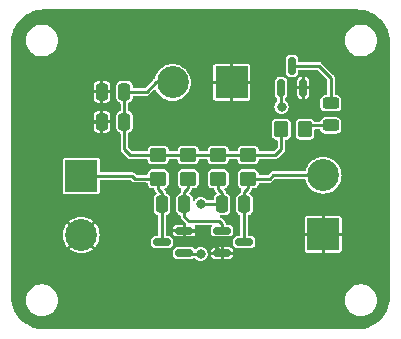
<source format=gbr>
%TF.GenerationSoftware,KiCad,Pcbnew,(6.0.5)*%
%TF.CreationDate,2022-05-30T14:14:04+05:00*%
%TF.ProjectId,multivib,6d756c74-6976-4696-922e-6b696361645f,rev?*%
%TF.SameCoordinates,Original*%
%TF.FileFunction,Copper,L1,Top*%
%TF.FilePolarity,Positive*%
%FSLAX46Y46*%
G04 Gerber Fmt 4.6, Leading zero omitted, Abs format (unit mm)*
G04 Created by KiCad (PCBNEW (6.0.5)) date 2022-05-30 14:14:04*
%MOMM*%
%LPD*%
G01*
G04 APERTURE LIST*
G04 Aperture macros list*
%AMRoundRect*
0 Rectangle with rounded corners*
0 $1 Rounding radius*
0 $2 $3 $4 $5 $6 $7 $8 $9 X,Y pos of 4 corners*
0 Add a 4 corners polygon primitive as box body*
4,1,4,$2,$3,$4,$5,$6,$7,$8,$9,$2,$3,0*
0 Add four circle primitives for the rounded corners*
1,1,$1+$1,$2,$3*
1,1,$1+$1,$4,$5*
1,1,$1+$1,$6,$7*
1,1,$1+$1,$8,$9*
0 Add four rect primitives between the rounded corners*
20,1,$1+$1,$2,$3,$4,$5,0*
20,1,$1+$1,$4,$5,$6,$7,0*
20,1,$1+$1,$6,$7,$8,$9,0*
20,1,$1+$1,$8,$9,$2,$3,0*%
G04 Aperture macros list end*
%TA.AperFunction,ComponentPad*%
%ADD10R,2.700000X2.700000*%
%TD*%
%TA.AperFunction,ComponentPad*%
%ADD11C,2.700000*%
%TD*%
%TA.AperFunction,SMDPad,CuDef*%
%ADD12RoundRect,0.150000X-0.587500X-0.150000X0.587500X-0.150000X0.587500X0.150000X-0.587500X0.150000X0*%
%TD*%
%TA.AperFunction,SMDPad,CuDef*%
%ADD13RoundRect,0.150000X0.150000X-0.587500X0.150000X0.587500X-0.150000X0.587500X-0.150000X-0.587500X0*%
%TD*%
%TA.AperFunction,SMDPad,CuDef*%
%ADD14RoundRect,0.250000X0.250000X0.475000X-0.250000X0.475000X-0.250000X-0.475000X0.250000X-0.475000X0*%
%TD*%
%TA.AperFunction,SMDPad,CuDef*%
%ADD15RoundRect,0.250000X-0.450000X0.350000X-0.450000X-0.350000X0.450000X-0.350000X0.450000X0.350000X0*%
%TD*%
%TA.AperFunction,SMDPad,CuDef*%
%ADD16RoundRect,0.150000X0.587500X0.150000X-0.587500X0.150000X-0.587500X-0.150000X0.587500X-0.150000X0*%
%TD*%
%TA.AperFunction,SMDPad,CuDef*%
%ADD17RoundRect,0.250000X0.350000X0.450000X-0.350000X0.450000X-0.350000X-0.450000X0.350000X-0.450000X0*%
%TD*%
%TA.AperFunction,SMDPad,CuDef*%
%ADD18RoundRect,0.243750X-0.456250X0.243750X-0.456250X-0.243750X0.456250X-0.243750X0.456250X0.243750X0*%
%TD*%
%TA.AperFunction,ViaPad*%
%ADD19C,0.800000*%
%TD*%
%TA.AperFunction,Conductor*%
%ADD20C,0.250000*%
%TD*%
G04 APERTURE END LIST*
D10*
%TO.P,J1,1*%
%TO.N,/out1*%
X110327500Y-100467500D03*
D11*
%TO.P,J1,2*%
%TO.N,GND*%
X110327500Y-105467500D03*
%TD*%
D12*
%TO.P,Q2,1,B*%
%TO.N,Net-(C1-Pad1)*%
X122252500Y-105095000D03*
%TO.P,Q2,2,E*%
%TO.N,GND*%
X122252500Y-106995000D03*
%TO.P,Q2,3,C*%
%TO.N,/out2*%
X124127500Y-106045000D03*
%TD*%
D13*
%TO.P,Q3,1,G*%
%TO.N,/out2*%
X127225000Y-93012500D03*
%TO.P,Q3,2,S*%
%TO.N,GND*%
X129125000Y-93012500D03*
%TO.P,Q3,3,D*%
%TO.N,Net-(D1-Pad1)*%
X128175000Y-91137500D03*
%TD*%
D14*
%TO.P,C4,1*%
%TO.N,Net-(C3-Pad1)*%
X113980000Y-95885000D03*
%TO.P,C4,2*%
%TO.N,GND*%
X112080000Y-95885000D03*
%TD*%
%TO.P,C3,1*%
%TO.N,Net-(C3-Pad1)*%
X113980000Y-93345000D03*
%TO.P,C3,2*%
%TO.N,GND*%
X112080000Y-93345000D03*
%TD*%
D15*
%TO.P,R2,1*%
%TO.N,Net-(C3-Pad1)*%
X119380000Y-98695000D03*
%TO.P,R2,2*%
%TO.N,Net-(C1-Pad1)*%
X119380000Y-100695000D03*
%TD*%
D10*
%TO.P,J2,1*%
%TO.N,GND*%
X123052500Y-92547500D03*
D11*
%TO.P,J2,2*%
%TO.N,Net-(C3-Pad1)*%
X118052500Y-92547500D03*
%TD*%
D14*
%TO.P,C2,1*%
%TO.N,/out2*%
X124140000Y-102870000D03*
%TO.P,C2,2*%
%TO.N,Net-(C2-Pad2)*%
X122240000Y-102870000D03*
%TD*%
D16*
%TO.P,Q1,1,B*%
%TO.N,Net-(C2-Pad2)*%
X119047500Y-106995000D03*
%TO.P,Q1,2,E*%
%TO.N,GND*%
X119047500Y-105095000D03*
%TO.P,Q1,3,C*%
%TO.N,/out1*%
X117172500Y-106045000D03*
%TD*%
D14*
%TO.P,C1,1*%
%TO.N,Net-(C1-Pad1)*%
X119060000Y-102870000D03*
%TO.P,C1,2*%
%TO.N,/out1*%
X117160000Y-102870000D03*
%TD*%
D17*
%TO.P,R5,1*%
%TO.N,Net-(D1-Pad2)*%
X129270000Y-96520000D03*
%TO.P,R5,2*%
%TO.N,Net-(C3-Pad1)*%
X127270000Y-96520000D03*
%TD*%
D10*
%TO.P,J3,1*%
%TO.N,GND*%
X130810000Y-105410000D03*
D11*
%TO.P,J3,2*%
%TO.N,/out2*%
X130810000Y-100410000D03*
%TD*%
D18*
%TO.P,D1,1,K*%
%TO.N,Net-(D1-Pad1)*%
X131445000Y-94312500D03*
%TO.P,D1,2,A*%
%TO.N,Net-(D1-Pad2)*%
X131445000Y-96187500D03*
%TD*%
D15*
%TO.P,R1,1*%
%TO.N,Net-(C3-Pad1)*%
X116840000Y-98695000D03*
%TO.P,R1,2*%
%TO.N,/out1*%
X116840000Y-100695000D03*
%TD*%
%TO.P,R4,1*%
%TO.N,Net-(C3-Pad1)*%
X124460000Y-98695000D03*
%TO.P,R4,2*%
%TO.N,/out2*%
X124460000Y-100695000D03*
%TD*%
%TO.P,R3,1*%
%TO.N,Net-(C3-Pad1)*%
X121920000Y-98695000D03*
%TO.P,R3,2*%
%TO.N,Net-(C2-Pad2)*%
X121920000Y-100695000D03*
%TD*%
D19*
%TO.N,Net-(C2-Pad2)*%
X120428000Y-102870000D03*
X120428000Y-107061000D03*
%TO.N,GND*%
X114340000Y-111125000D03*
X116880000Y-95885000D03*
X132120000Y-108585000D03*
X124500000Y-111125000D03*
X119420000Y-95885000D03*
X114340000Y-108585000D03*
X124500000Y-95885000D03*
X111800000Y-90805000D03*
X114340000Y-88265000D03*
X114340000Y-106045000D03*
X109260000Y-90805000D03*
X119420000Y-111125000D03*
X124500000Y-108585000D03*
X110395000Y-95885000D03*
X109260000Y-108585000D03*
X129580000Y-111125000D03*
X122256800Y-108432600D03*
X129580000Y-88265000D03*
X134660000Y-95885000D03*
X114340000Y-103505000D03*
X111800000Y-88265000D03*
X110395000Y-93345000D03*
X121960000Y-95885000D03*
X129445000Y-94615000D03*
X134660000Y-93345000D03*
X114340000Y-90805000D03*
X111800000Y-111125000D03*
X127040000Y-106045000D03*
X111800000Y-103505000D03*
X106720000Y-93345000D03*
X127040000Y-88265000D03*
X132120000Y-90805000D03*
X119420000Y-108585000D03*
X127040000Y-103505000D03*
X106720000Y-95885000D03*
%TO.N,/out2*%
X127286000Y-94615000D03*
%TD*%
D20*
%TO.N,Net-(C1-Pad1)*%
X119412000Y-104267000D02*
X121952000Y-104267000D01*
X119060000Y-101825000D02*
X119060000Y-102870000D01*
X122252500Y-104567500D02*
X122252500Y-105095000D01*
X119060000Y-102870000D02*
X119060000Y-103915000D01*
X119380000Y-101505000D02*
X119060000Y-101825000D01*
X119380000Y-100695000D02*
X119380000Y-101505000D01*
X121952000Y-104267000D02*
X122252500Y-104567500D01*
X119060000Y-103915000D02*
X119412000Y-104267000D01*
%TO.N,/out1*%
X117160000Y-106032500D02*
X117172500Y-106045000D01*
X114602000Y-100457000D02*
X110338000Y-100457000D01*
X110338000Y-100457000D02*
X110327500Y-100467500D01*
X114840000Y-100695000D02*
X114602000Y-100457000D01*
X117160000Y-101880000D02*
X116840000Y-101560000D01*
X116840000Y-101560000D02*
X116840000Y-100695000D01*
X117160000Y-102870000D02*
X117160000Y-106032500D01*
X117160000Y-102870000D02*
X117160000Y-101880000D01*
X116840000Y-100695000D02*
X114840000Y-100695000D01*
%TO.N,Net-(C2-Pad2)*%
X121920000Y-101560000D02*
X122240000Y-101880000D01*
X120428000Y-107061000D02*
X119113500Y-107061000D01*
X121920000Y-100695000D02*
X121920000Y-101560000D01*
X120428000Y-102870000D02*
X122240000Y-102870000D01*
X122240000Y-101880000D02*
X122240000Y-102870000D01*
X119113500Y-107061000D02*
X119047500Y-106995000D01*
%TO.N,GND*%
X122252500Y-108428300D02*
X122252500Y-106995000D01*
X129125000Y-93012500D02*
X129125000Y-94295000D01*
X129125000Y-94295000D02*
X129445000Y-94615000D01*
X112046000Y-93311000D02*
X112080000Y-93345000D01*
X110429000Y-93311000D02*
X112046000Y-93311000D01*
X120352500Y-105095000D02*
X122252500Y-106995000D01*
X122256800Y-108432600D02*
X122252500Y-108428300D01*
X110395000Y-95885000D02*
X112080000Y-95885000D01*
X110395000Y-93345000D02*
X110429000Y-93311000D01*
X119047500Y-105095000D02*
X120352500Y-105095000D01*
%TO.N,/out2*%
X127225000Y-94554000D02*
X127286000Y-94615000D01*
X124140000Y-101825000D02*
X124140000Y-102870000D01*
X126571000Y-100410000D02*
X130810000Y-100410000D01*
X127225000Y-93012500D02*
X127225000Y-94554000D01*
X124127500Y-102882500D02*
X124140000Y-102870000D01*
X124476000Y-100711000D02*
X126270000Y-100711000D01*
X124460000Y-100695000D02*
X124460000Y-101505000D01*
X124127500Y-106045000D02*
X124127500Y-102882500D01*
X126270000Y-100711000D02*
X126571000Y-100410000D01*
X124460000Y-101505000D02*
X124140000Y-101825000D01*
X124460000Y-100695000D02*
X124476000Y-100711000D01*
%TO.N,Net-(C3-Pad1)*%
X127270000Y-96520000D02*
X127270000Y-98187000D01*
X113980000Y-95885000D02*
X113980000Y-93345000D01*
X119380000Y-98695000D02*
X116840000Y-98695000D01*
X124460000Y-98695000D02*
X121920000Y-98695000D01*
X126762000Y-98695000D02*
X124460000Y-98695000D01*
X115856000Y-93345000D02*
X116653500Y-92547500D01*
X114475000Y-98695000D02*
X113980000Y-98200000D01*
X113980000Y-98200000D02*
X113980000Y-95885000D01*
X113980000Y-93345000D02*
X115856000Y-93345000D01*
X116840000Y-98695000D02*
X114475000Y-98695000D01*
X121920000Y-98695000D02*
X119380000Y-98695000D01*
X127270000Y-98187000D02*
X126762000Y-98695000D01*
X116653500Y-92547500D02*
X118052500Y-92547500D01*
%TO.N,Net-(D1-Pad1)*%
X131445000Y-92170000D02*
X130412500Y-91137500D01*
X130412500Y-91137500D02*
X128175000Y-91137500D01*
X131445000Y-94312500D02*
X131445000Y-92170000D01*
%TO.N,Net-(D1-Pad2)*%
X129602500Y-96187500D02*
X129270000Y-96520000D01*
X131445000Y-96187500D02*
X129602500Y-96187500D01*
%TD*%
%TA.AperFunction,Conductor*%
%TO.N,GND*%
G36*
X133668169Y-86368018D02*
G01*
X133679641Y-86370656D01*
X133690516Y-86368195D01*
X133700727Y-86368213D01*
X133711830Y-86367288D01*
X133888468Y-86377208D01*
X133987899Y-86382792D01*
X133998922Y-86384034D01*
X134212302Y-86420288D01*
X134297461Y-86434757D01*
X134308285Y-86437227D01*
X134599279Y-86521062D01*
X134609751Y-86524726D01*
X134889530Y-86640614D01*
X134899520Y-86645425D01*
X135164563Y-86791910D01*
X135173948Y-86797806D01*
X135420937Y-86973054D01*
X135429605Y-86979967D01*
X135655407Y-87181757D01*
X135663243Y-87189593D01*
X135865033Y-87415395D01*
X135871946Y-87424063D01*
X136047194Y-87671052D01*
X136053090Y-87680437D01*
X136134893Y-87828447D01*
X136199572Y-87945474D01*
X136204386Y-87955470D01*
X136277565Y-88132140D01*
X136320273Y-88235246D01*
X136323938Y-88245721D01*
X136379738Y-88439402D01*
X136407773Y-88536715D01*
X136410243Y-88547539D01*
X136458235Y-88829998D01*
X136460966Y-88846074D01*
X136462209Y-88857106D01*
X136477684Y-89132651D01*
X136476834Y-89142626D01*
X136476862Y-89142626D01*
X136476842Y-89153777D01*
X136474344Y-89164641D01*
X136476804Y-89175513D01*
X136477059Y-89176638D01*
X136479500Y-89198488D01*
X136479500Y-110630983D01*
X136476982Y-110653169D01*
X136474344Y-110664641D01*
X136476805Y-110675516D01*
X136476787Y-110685727D01*
X136477712Y-110696830D01*
X136462209Y-110972894D01*
X136460966Y-110983922D01*
X136457503Y-111004309D01*
X136410243Y-111282461D01*
X136407773Y-111293285D01*
X136323940Y-111584275D01*
X136320274Y-111594751D01*
X136204418Y-111874455D01*
X136204389Y-111874524D01*
X136199575Y-111884520D01*
X136053090Y-112149563D01*
X136047194Y-112158948D01*
X135871946Y-112405937D01*
X135865033Y-112414605D01*
X135663243Y-112640407D01*
X135655407Y-112648243D01*
X135429605Y-112850033D01*
X135420937Y-112856946D01*
X135173948Y-113032194D01*
X135164563Y-113038090D01*
X134899520Y-113184575D01*
X134889530Y-113189386D01*
X134609751Y-113305274D01*
X134599279Y-113308938D01*
X134405598Y-113364738D01*
X134308285Y-113392773D01*
X134297461Y-113395243D01*
X134212302Y-113409712D01*
X133998922Y-113445966D01*
X133987898Y-113447208D01*
X133712346Y-113462684D01*
X133702374Y-113461834D01*
X133702374Y-113461862D01*
X133691223Y-113461842D01*
X133680359Y-113459344D01*
X133668359Y-113462059D01*
X133646512Y-113464500D01*
X107214017Y-113464500D01*
X107191831Y-113461982D01*
X107191813Y-113461978D01*
X107180359Y-113459344D01*
X107169484Y-113461805D01*
X107159273Y-113461787D01*
X107148170Y-113462712D01*
X106971532Y-113452792D01*
X106872101Y-113447208D01*
X106861078Y-113445966D01*
X106647698Y-113409712D01*
X106562539Y-113395243D01*
X106551715Y-113392773D01*
X106454402Y-113364738D01*
X106260721Y-113308938D01*
X106250249Y-113305274D01*
X105970470Y-113189386D01*
X105960480Y-113184575D01*
X105695437Y-113038090D01*
X105686052Y-113032194D01*
X105439063Y-112856946D01*
X105430395Y-112850033D01*
X105204593Y-112648243D01*
X105196757Y-112640407D01*
X104994967Y-112414605D01*
X104988054Y-112405937D01*
X104812806Y-112158948D01*
X104806910Y-112149563D01*
X104660425Y-111884520D01*
X104655611Y-111874524D01*
X104655583Y-111874455D01*
X104539726Y-111594751D01*
X104536060Y-111584275D01*
X104452227Y-111293285D01*
X104449757Y-111282461D01*
X104402497Y-111004309D01*
X104401765Y-111000000D01*
X105644341Y-111000000D01*
X105664937Y-111235408D01*
X105726097Y-111463663D01*
X105825965Y-111677829D01*
X105961505Y-111871401D01*
X106128599Y-112038495D01*
X106322171Y-112174035D01*
X106536337Y-112273903D01*
X106764592Y-112335063D01*
X106849431Y-112342486D01*
X106938870Y-112350311D01*
X106938878Y-112350311D01*
X106941034Y-112350500D01*
X107058966Y-112350500D01*
X107061122Y-112350311D01*
X107061130Y-112350311D01*
X107150569Y-112342486D01*
X107235408Y-112335063D01*
X107463663Y-112273903D01*
X107677829Y-112174035D01*
X107871401Y-112038495D01*
X108038495Y-111871401D01*
X108171554Y-111681374D01*
X108171554Y-111681373D01*
X108174035Y-111677830D01*
X108273903Y-111463663D01*
X108335063Y-111235408D01*
X108355659Y-111000000D01*
X132644341Y-111000000D01*
X132664937Y-111235408D01*
X132726097Y-111463663D01*
X132825965Y-111677829D01*
X132961505Y-111871401D01*
X133128599Y-112038495D01*
X133322171Y-112174035D01*
X133536337Y-112273903D01*
X133764592Y-112335063D01*
X133849431Y-112342486D01*
X133938870Y-112350311D01*
X133938878Y-112350311D01*
X133941034Y-112350500D01*
X134058966Y-112350500D01*
X134061122Y-112350311D01*
X134061130Y-112350311D01*
X134150569Y-112342486D01*
X134235408Y-112335063D01*
X134463663Y-112273903D01*
X134677829Y-112174035D01*
X134871401Y-112038495D01*
X135038495Y-111871401D01*
X135171554Y-111681374D01*
X135171554Y-111681373D01*
X135174035Y-111677830D01*
X135273903Y-111463663D01*
X135335063Y-111235408D01*
X135355659Y-111000000D01*
X135335063Y-110764592D01*
X135273903Y-110536337D01*
X135174035Y-110322171D01*
X135038495Y-110128599D01*
X134871401Y-109961505D01*
X134677829Y-109825965D01*
X134463663Y-109726097D01*
X134235408Y-109664937D01*
X134150569Y-109657514D01*
X134061130Y-109649689D01*
X134061122Y-109649689D01*
X134058966Y-109649500D01*
X133941034Y-109649500D01*
X133938878Y-109649689D01*
X133938870Y-109649689D01*
X133849431Y-109657514D01*
X133764592Y-109664937D01*
X133536337Y-109726097D01*
X133322171Y-109825965D01*
X133128599Y-109961505D01*
X132961505Y-110128599D01*
X132959026Y-110132140D01*
X132828447Y-110318625D01*
X132828446Y-110318627D01*
X132825965Y-110322170D01*
X132726097Y-110536337D01*
X132664937Y-110764592D01*
X132644341Y-111000000D01*
X108355659Y-111000000D01*
X108335063Y-110764592D01*
X108273903Y-110536337D01*
X108174035Y-110322171D01*
X108038495Y-110128599D01*
X107871401Y-109961505D01*
X107677829Y-109825965D01*
X107463663Y-109726097D01*
X107235408Y-109664937D01*
X107150569Y-109657514D01*
X107061130Y-109649689D01*
X107061122Y-109649689D01*
X107058966Y-109649500D01*
X106941034Y-109649500D01*
X106938878Y-109649689D01*
X106938870Y-109649689D01*
X106849431Y-109657514D01*
X106764592Y-109664937D01*
X106536337Y-109726097D01*
X106322171Y-109825965D01*
X106128599Y-109961505D01*
X105961505Y-110128599D01*
X105959026Y-110132140D01*
X105828447Y-110318625D01*
X105828446Y-110318627D01*
X105825965Y-110322170D01*
X105726097Y-110536337D01*
X105664937Y-110764592D01*
X105644341Y-111000000D01*
X104401765Y-111000000D01*
X104399034Y-110983922D01*
X104397791Y-110972894D01*
X104382331Y-110697604D01*
X104384122Y-110676795D01*
X104383747Y-110676752D01*
X104384388Y-110671184D01*
X104385655Y-110665718D01*
X104385656Y-110665000D01*
X104383096Y-110653776D01*
X104382980Y-110653266D01*
X104380500Y-110631248D01*
X104380500Y-107178218D01*
X118109500Y-107178218D01*
X118119642Y-107247112D01*
X118171068Y-107351855D01*
X118176859Y-107357636D01*
X118212679Y-107393393D01*
X118253650Y-107434293D01*
X118358482Y-107485536D01*
X118366084Y-107486645D01*
X118366087Y-107486646D01*
X118423237Y-107494983D01*
X118423239Y-107494983D01*
X118426782Y-107495500D01*
X119668218Y-107495500D01*
X119671801Y-107494972D01*
X119671808Y-107494972D01*
X119729499Y-107486479D01*
X119729501Y-107486478D01*
X119737112Y-107485358D01*
X119744019Y-107481967D01*
X119834511Y-107437538D01*
X119834512Y-107437537D01*
X119841695Y-107434011D01*
X119841697Y-107434010D01*
X119841855Y-107433932D01*
X119841867Y-107433956D01*
X119895963Y-107416794D01*
X119954020Y-107436107D01*
X119973814Y-107455523D01*
X119999718Y-107489282D01*
X120125159Y-107585536D01*
X120271238Y-107646044D01*
X120428000Y-107666682D01*
X120584762Y-107646044D01*
X120730841Y-107585536D01*
X120856282Y-107489282D01*
X120952536Y-107363841D01*
X121013044Y-107217762D01*
X121018732Y-107174557D01*
X121315001Y-107174557D01*
X121315528Y-107181754D01*
X121324006Y-107239355D01*
X121328517Y-107253873D01*
X121372873Y-107344216D01*
X121382270Y-107357342D01*
X121453152Y-107428101D01*
X121466294Y-107437474D01*
X121556722Y-107481676D01*
X121571231Y-107486161D01*
X121628278Y-107494483D01*
X121635405Y-107495000D01*
X122111820Y-107495000D01*
X122124505Y-107490878D01*
X122127500Y-107486757D01*
X122127500Y-107479319D01*
X122377500Y-107479319D01*
X122381622Y-107492004D01*
X122385743Y-107494999D01*
X122869557Y-107494999D01*
X122876754Y-107494472D01*
X122934355Y-107485994D01*
X122948873Y-107481483D01*
X123039216Y-107437127D01*
X123052342Y-107427730D01*
X123123101Y-107356848D01*
X123132474Y-107343706D01*
X123176676Y-107253278D01*
X123181161Y-107238769D01*
X123189483Y-107181722D01*
X123190000Y-107174595D01*
X123190000Y-107135680D01*
X123185878Y-107122995D01*
X123181757Y-107120000D01*
X122393180Y-107120000D01*
X122380495Y-107124122D01*
X122377500Y-107128243D01*
X122377500Y-107479319D01*
X122127500Y-107479319D01*
X122127500Y-107135680D01*
X122123378Y-107122995D01*
X122119257Y-107120000D01*
X121330681Y-107120000D01*
X121317996Y-107124122D01*
X121315001Y-107128243D01*
X121315001Y-107174557D01*
X121018732Y-107174557D01*
X121033682Y-107061000D01*
X121013044Y-106904238D01*
X120992367Y-106854320D01*
X121315000Y-106854320D01*
X121319122Y-106867005D01*
X121323243Y-106870000D01*
X122111820Y-106870000D01*
X122124505Y-106865878D01*
X122127500Y-106861757D01*
X122127500Y-106854320D01*
X122377500Y-106854320D01*
X122381622Y-106867005D01*
X122385743Y-106870000D01*
X123174319Y-106870000D01*
X123187004Y-106865878D01*
X123189999Y-106861757D01*
X123189999Y-106815443D01*
X123189472Y-106808246D01*
X123184555Y-106774840D01*
X129260000Y-106774840D01*
X129260948Y-106784462D01*
X129269702Y-106828474D01*
X129277021Y-106846142D01*
X129310389Y-106896082D01*
X129323918Y-106909611D01*
X129373858Y-106942979D01*
X129391526Y-106950298D01*
X129435538Y-106959052D01*
X129445160Y-106960000D01*
X130669320Y-106960000D01*
X130682005Y-106955878D01*
X130685000Y-106951757D01*
X130685000Y-106944320D01*
X130935000Y-106944320D01*
X130939122Y-106957005D01*
X130943243Y-106960000D01*
X132174840Y-106960000D01*
X132184462Y-106959052D01*
X132228474Y-106950298D01*
X132246142Y-106942979D01*
X132296082Y-106909611D01*
X132309611Y-106896082D01*
X132342979Y-106846142D01*
X132350298Y-106828474D01*
X132359052Y-106784462D01*
X132360000Y-106774840D01*
X132360000Y-105550680D01*
X132355878Y-105537995D01*
X132351757Y-105535000D01*
X130950680Y-105535000D01*
X130937995Y-105539122D01*
X130935000Y-105543243D01*
X130935000Y-106944320D01*
X130685000Y-106944320D01*
X130685000Y-105550680D01*
X130680878Y-105537995D01*
X130676757Y-105535000D01*
X129275680Y-105535000D01*
X129262995Y-105539122D01*
X129260000Y-105543243D01*
X129260000Y-106774840D01*
X123184555Y-106774840D01*
X123180994Y-106750645D01*
X123176483Y-106736127D01*
X123132127Y-106645784D01*
X123122730Y-106632658D01*
X123051848Y-106561899D01*
X123038706Y-106552526D01*
X122948278Y-106508324D01*
X122933769Y-106503839D01*
X122876722Y-106495517D01*
X122869595Y-106495000D01*
X122393180Y-106495000D01*
X122380495Y-106499122D01*
X122377500Y-106503243D01*
X122377500Y-106854320D01*
X122127500Y-106854320D01*
X122127500Y-106510681D01*
X122123378Y-106497996D01*
X122119257Y-106495001D01*
X121635443Y-106495001D01*
X121628246Y-106495528D01*
X121570645Y-106504006D01*
X121556127Y-106508517D01*
X121465784Y-106552873D01*
X121452658Y-106562270D01*
X121381899Y-106633152D01*
X121372526Y-106646294D01*
X121328324Y-106736722D01*
X121323839Y-106751231D01*
X121315517Y-106808278D01*
X121315000Y-106815405D01*
X121315000Y-106854320D01*
X120992367Y-106854320D01*
X120952536Y-106758159D01*
X120856282Y-106632718D01*
X120730841Y-106536464D01*
X120584762Y-106475956D01*
X120428000Y-106455318D01*
X120271238Y-106475956D01*
X120125159Y-106536464D01*
X120022612Y-106615151D01*
X119964939Y-106635574D01*
X119906273Y-106618197D01*
X119892405Y-106606673D01*
X119847140Y-106561487D01*
X119841350Y-106555707D01*
X119736518Y-106504464D01*
X119728916Y-106503355D01*
X119728913Y-106503354D01*
X119671763Y-106495017D01*
X119671761Y-106495017D01*
X119668218Y-106494500D01*
X118426782Y-106494500D01*
X118423199Y-106495028D01*
X118423192Y-106495028D01*
X118365501Y-106503521D01*
X118365499Y-106503522D01*
X118357888Y-106504642D01*
X118350982Y-106508033D01*
X118350981Y-106508033D01*
X118345588Y-106510681D01*
X118253145Y-106556068D01*
X118170707Y-106638650D01*
X118119464Y-106743482D01*
X118118355Y-106751084D01*
X118118354Y-106751087D01*
X118110017Y-106808237D01*
X118109500Y-106811782D01*
X118109500Y-107178218D01*
X104380500Y-107178218D01*
X104380500Y-106649134D01*
X109328472Y-106649134D01*
X109328970Y-106652278D01*
X109330855Y-106654670D01*
X109410656Y-106722826D01*
X109416936Y-106727388D01*
X109618320Y-106850797D01*
X109625232Y-106854319D01*
X109843452Y-106944709D01*
X109850820Y-106947103D01*
X110080504Y-107002245D01*
X110088147Y-107003456D01*
X110323625Y-107021988D01*
X110331375Y-107021988D01*
X110566853Y-107003456D01*
X110574496Y-107002245D01*
X110804180Y-106947103D01*
X110811548Y-106944709D01*
X111029768Y-106854319D01*
X111036680Y-106850797D01*
X111238064Y-106727388D01*
X111244344Y-106722826D01*
X111319636Y-106658521D01*
X111326606Y-106647148D01*
X111326356Y-106643972D01*
X111324667Y-106641444D01*
X110338586Y-105655363D01*
X110326703Y-105649309D01*
X110321672Y-105650105D01*
X109334526Y-106637251D01*
X109328472Y-106649134D01*
X104380500Y-106649134D01*
X104380500Y-105471375D01*
X108773012Y-105471375D01*
X108791544Y-105706853D01*
X108792755Y-105714496D01*
X108847897Y-105944180D01*
X108850291Y-105951548D01*
X108940681Y-106169768D01*
X108944203Y-106176680D01*
X109067612Y-106378064D01*
X109072174Y-106384344D01*
X109136479Y-106459636D01*
X109147852Y-106466606D01*
X109151028Y-106466356D01*
X109153556Y-106464667D01*
X110139637Y-105478586D01*
X110144879Y-105468297D01*
X110509309Y-105468297D01*
X110510105Y-105473328D01*
X111497251Y-106460474D01*
X111509134Y-106466528D01*
X111512278Y-106466030D01*
X111514670Y-106464145D01*
X111582826Y-106384344D01*
X111587388Y-106378064D01*
X111710797Y-106176680D01*
X111714319Y-106169768D01*
X111804709Y-105951548D01*
X111807103Y-105944180D01*
X111862245Y-105714496D01*
X111863456Y-105706853D01*
X111881988Y-105471375D01*
X111881988Y-105463625D01*
X111863456Y-105228147D01*
X111862245Y-105220504D01*
X111807103Y-104990820D01*
X111804709Y-104983452D01*
X111714319Y-104765232D01*
X111710797Y-104758320D01*
X111587388Y-104556936D01*
X111582826Y-104550656D01*
X111518521Y-104475364D01*
X111507148Y-104468394D01*
X111503972Y-104468644D01*
X111501444Y-104470333D01*
X110515363Y-105456414D01*
X110509309Y-105468297D01*
X110144879Y-105468297D01*
X110145691Y-105466703D01*
X110144895Y-105461672D01*
X109157749Y-104474526D01*
X109145866Y-104468472D01*
X109142722Y-104468970D01*
X109140330Y-104470855D01*
X109072174Y-104550656D01*
X109067612Y-104556936D01*
X108944203Y-104758320D01*
X108940681Y-104765232D01*
X108850291Y-104983452D01*
X108847897Y-104990820D01*
X108792755Y-105220504D01*
X108791544Y-105228147D01*
X108773012Y-105463625D01*
X108773012Y-105471375D01*
X104380500Y-105471375D01*
X104380500Y-104287852D01*
X109328394Y-104287852D01*
X109328644Y-104291028D01*
X109330333Y-104293556D01*
X110316414Y-105279637D01*
X110328297Y-105285691D01*
X110333328Y-105284895D01*
X111320474Y-104297749D01*
X111326528Y-104285866D01*
X111326030Y-104282722D01*
X111324145Y-104280330D01*
X111244344Y-104212174D01*
X111238064Y-104207612D01*
X111036680Y-104084203D01*
X111029768Y-104080681D01*
X110811548Y-103990291D01*
X110804180Y-103987897D01*
X110574496Y-103932755D01*
X110566853Y-103931544D01*
X110331375Y-103913012D01*
X110323625Y-103913012D01*
X110088147Y-103931544D01*
X110080504Y-103932755D01*
X109850820Y-103987897D01*
X109843452Y-103990291D01*
X109625232Y-104080681D01*
X109618320Y-104084203D01*
X109416936Y-104207612D01*
X109410656Y-104212174D01*
X109335364Y-104276479D01*
X109328394Y-104287852D01*
X104380500Y-104287852D01*
X104380500Y-101837248D01*
X108777000Y-101837248D01*
X108779774Y-101851193D01*
X108783964Y-101872256D01*
X108788633Y-101895731D01*
X108832948Y-101962052D01*
X108899269Y-102006367D01*
X108908832Y-102008269D01*
X108908834Y-102008270D01*
X108931505Y-102012779D01*
X108957752Y-102018000D01*
X111697248Y-102018000D01*
X111723495Y-102012779D01*
X111746166Y-102008270D01*
X111746168Y-102008269D01*
X111755731Y-102006367D01*
X111822052Y-101962052D01*
X111866367Y-101895731D01*
X111871037Y-101872256D01*
X111875226Y-101851193D01*
X111878000Y-101837248D01*
X111878000Y-100881500D01*
X111896907Y-100823309D01*
X111946407Y-100787345D01*
X111977000Y-100782500D01*
X114426166Y-100782500D01*
X114484357Y-100801407D01*
X114496170Y-100811496D01*
X114596731Y-100912057D01*
X114602565Y-100918424D01*
X114627545Y-100948194D01*
X114661205Y-100967627D01*
X114668489Y-100972268D01*
X114700316Y-100994554D01*
X114708684Y-100996796D01*
X114713971Y-100999262D01*
X114719456Y-101001258D01*
X114726955Y-101005588D01*
X114735481Y-101007091D01*
X114735483Y-101007092D01*
X114765216Y-101012334D01*
X114773651Y-101014204D01*
X114801207Y-101021588D01*
X114811193Y-101024264D01*
X114849908Y-101020877D01*
X114858537Y-101020500D01*
X115842012Y-101020500D01*
X115900203Y-101039407D01*
X115936167Y-101088907D01*
X115940573Y-101110183D01*
X115942481Y-101130369D01*
X115987366Y-101258184D01*
X116067850Y-101367150D01*
X116176816Y-101447634D01*
X116304631Y-101492519D01*
X116310638Y-101493087D01*
X116310639Y-101493087D01*
X116333855Y-101495282D01*
X116333865Y-101495282D01*
X116336166Y-101495500D01*
X116413366Y-101495500D01*
X116471557Y-101514407D01*
X116507521Y-101563907D01*
X116511292Y-101582447D01*
X116510736Y-101588807D01*
X116512978Y-101597173D01*
X116520796Y-101626349D01*
X116522666Y-101634783D01*
X116529412Y-101673045D01*
X116533742Y-101680544D01*
X116535738Y-101686029D01*
X116538204Y-101691316D01*
X116540446Y-101699684D01*
X116552890Y-101717455D01*
X116562732Y-101731511D01*
X116567371Y-101738792D01*
X116586806Y-101772455D01*
X116612176Y-101793743D01*
X116616570Y-101797430D01*
X116622938Y-101803264D01*
X116681775Y-101862101D01*
X116709552Y-101916618D01*
X116699981Y-101977050D01*
X116670590Y-102011737D01*
X116587850Y-102072850D01*
X116507366Y-102181816D01*
X116462481Y-102309631D01*
X116459500Y-102341166D01*
X116459500Y-103398834D01*
X116462481Y-103430369D01*
X116507366Y-103558184D01*
X116587850Y-103667150D01*
X116696816Y-103747634D01*
X116754357Y-103767841D01*
X116768302Y-103772738D01*
X116816941Y-103809858D01*
X116834500Y-103866146D01*
X116834500Y-105445500D01*
X116815593Y-105503691D01*
X116766093Y-105539655D01*
X116735500Y-105544500D01*
X116551782Y-105544500D01*
X116548199Y-105545028D01*
X116548192Y-105545028D01*
X116490501Y-105553521D01*
X116490499Y-105553522D01*
X116482888Y-105554642D01*
X116378145Y-105606068D01*
X116295707Y-105688650D01*
X116244464Y-105793482D01*
X116243355Y-105801084D01*
X116243354Y-105801087D01*
X116235024Y-105858192D01*
X116234500Y-105861782D01*
X116234500Y-106228218D01*
X116244642Y-106297112D01*
X116296068Y-106401855D01*
X116378650Y-106484293D01*
X116483482Y-106535536D01*
X116491084Y-106536645D01*
X116491087Y-106536646D01*
X116548237Y-106544983D01*
X116548239Y-106544983D01*
X116551782Y-106545500D01*
X117793218Y-106545500D01*
X117796801Y-106544972D01*
X117796808Y-106544972D01*
X117854499Y-106536479D01*
X117854501Y-106536478D01*
X117862112Y-106535358D01*
X117966855Y-106483932D01*
X117986608Y-106464145D01*
X118043513Y-106407140D01*
X118049293Y-106401350D01*
X118100536Y-106296518D01*
X118101645Y-106288916D01*
X118101646Y-106288913D01*
X118109983Y-106231763D01*
X118109983Y-106231761D01*
X118110500Y-106228218D01*
X123189500Y-106228218D01*
X123199642Y-106297112D01*
X123251068Y-106401855D01*
X123333650Y-106484293D01*
X123438482Y-106535536D01*
X123446084Y-106536645D01*
X123446087Y-106536646D01*
X123503237Y-106544983D01*
X123503239Y-106544983D01*
X123506782Y-106545500D01*
X124748218Y-106545500D01*
X124751801Y-106544972D01*
X124751808Y-106544972D01*
X124809499Y-106536479D01*
X124809501Y-106536478D01*
X124817112Y-106535358D01*
X124921855Y-106483932D01*
X124941608Y-106464145D01*
X124998513Y-106407140D01*
X125004293Y-106401350D01*
X125055536Y-106296518D01*
X125056645Y-106288916D01*
X125056646Y-106288913D01*
X125064983Y-106231763D01*
X125064983Y-106231761D01*
X125065500Y-106228218D01*
X125065500Y-105861782D01*
X125055358Y-105792888D01*
X125003932Y-105688145D01*
X124921350Y-105605707D01*
X124816518Y-105554464D01*
X124808916Y-105553355D01*
X124808913Y-105553354D01*
X124751763Y-105545017D01*
X124751761Y-105545017D01*
X124748218Y-105544500D01*
X124552000Y-105544500D01*
X124493809Y-105525593D01*
X124457845Y-105476093D01*
X124453000Y-105445500D01*
X124453000Y-105269320D01*
X129260000Y-105269320D01*
X129264122Y-105282005D01*
X129268243Y-105285000D01*
X130669320Y-105285000D01*
X130682005Y-105280878D01*
X130685000Y-105276757D01*
X130685000Y-105269320D01*
X130935000Y-105269320D01*
X130939122Y-105282005D01*
X130943243Y-105285000D01*
X132344320Y-105285000D01*
X132357005Y-105280878D01*
X132360000Y-105276757D01*
X132360000Y-104045160D01*
X132359052Y-104035538D01*
X132350298Y-103991526D01*
X132342979Y-103973858D01*
X132309611Y-103923918D01*
X132296082Y-103910389D01*
X132246142Y-103877021D01*
X132228474Y-103869702D01*
X132184462Y-103860948D01*
X132174840Y-103860000D01*
X130950680Y-103860000D01*
X130937995Y-103864122D01*
X130935000Y-103868243D01*
X130935000Y-105269320D01*
X130685000Y-105269320D01*
X130685000Y-103875680D01*
X130680878Y-103862995D01*
X130676757Y-103860000D01*
X129445160Y-103860000D01*
X129435538Y-103860948D01*
X129391526Y-103869702D01*
X129373858Y-103877021D01*
X129323918Y-103910389D01*
X129310389Y-103923918D01*
X129277021Y-103973858D01*
X129269702Y-103991526D01*
X129260948Y-104035538D01*
X129260000Y-104045160D01*
X129260000Y-105269320D01*
X124453000Y-105269320D01*
X124453000Y-103870535D01*
X124471907Y-103812344D01*
X124519197Y-103777128D01*
X124603184Y-103747634D01*
X124712150Y-103667150D01*
X124792634Y-103558184D01*
X124837519Y-103430369D01*
X124840500Y-103398834D01*
X124840500Y-102341166D01*
X124837519Y-102309631D01*
X124792634Y-102181816D01*
X124712150Y-102072850D01*
X124603184Y-101992366D01*
X124603999Y-101991263D01*
X124566952Y-101953035D01*
X124558330Y-101892460D01*
X124585852Y-101839475D01*
X124677069Y-101748258D01*
X124683424Y-101742435D01*
X124713194Y-101717455D01*
X124732636Y-101683781D01*
X124737261Y-101676522D01*
X124754587Y-101651778D01*
X124754587Y-101651777D01*
X124759554Y-101644684D01*
X124761795Y-101636322D01*
X124764258Y-101631040D01*
X124766257Y-101625546D01*
X124770588Y-101618045D01*
X124777337Y-101579771D01*
X124779202Y-101571360D01*
X124779862Y-101568895D01*
X124813176Y-101517574D01*
X124875493Y-101495500D01*
X124963834Y-101495500D01*
X124966135Y-101495282D01*
X124966145Y-101495282D01*
X124989361Y-101493087D01*
X124989362Y-101493087D01*
X124995369Y-101492519D01*
X125123184Y-101447634D01*
X125232150Y-101367150D01*
X125312634Y-101258184D01*
X125357519Y-101130369D01*
X125358087Y-101124360D01*
X125359380Y-101118468D01*
X125361090Y-101118843D01*
X125382220Y-101070025D01*
X125434887Y-101038883D01*
X125456476Y-101036500D01*
X126251466Y-101036500D01*
X126260095Y-101036877D01*
X126298807Y-101040264D01*
X126336350Y-101030204D01*
X126344784Y-101028334D01*
X126374517Y-101023092D01*
X126374519Y-101023091D01*
X126383045Y-101021588D01*
X126390544Y-101017258D01*
X126396029Y-101015262D01*
X126401316Y-101012796D01*
X126409684Y-101010554D01*
X126441511Y-100988268D01*
X126448795Y-100983627D01*
X126482455Y-100964194D01*
X126507436Y-100934423D01*
X126513270Y-100928056D01*
X126676831Y-100764496D01*
X126731347Y-100736719D01*
X126746834Y-100735500D01*
X129215544Y-100735500D01*
X129273735Y-100754407D01*
X129309699Y-100803907D01*
X129311801Y-100811360D01*
X129330828Y-100890612D01*
X129351931Y-100941560D01*
X129417076Y-101098834D01*
X129424223Y-101116089D01*
X129426255Y-101119404D01*
X129426257Y-101119409D01*
X129436463Y-101136063D01*
X129551741Y-101324179D01*
X129710241Y-101509759D01*
X129713208Y-101512293D01*
X129888465Y-101661976D01*
X129895821Y-101668259D01*
X129981043Y-101720483D01*
X130100591Y-101793743D01*
X130100596Y-101793745D01*
X130103911Y-101795777D01*
X130107502Y-101797264D01*
X130107507Y-101797267D01*
X130219207Y-101843534D01*
X130329388Y-101889172D01*
X130566698Y-101946146D01*
X130570563Y-101946450D01*
X130570568Y-101946451D01*
X130806125Y-101964989D01*
X130810000Y-101965294D01*
X130813875Y-101964989D01*
X131049432Y-101946451D01*
X131049437Y-101946450D01*
X131053302Y-101946146D01*
X131290612Y-101889172D01*
X131400793Y-101843534D01*
X131512493Y-101797267D01*
X131512498Y-101797264D01*
X131516089Y-101795777D01*
X131519404Y-101793745D01*
X131519409Y-101793743D01*
X131638957Y-101720483D01*
X131724179Y-101668259D01*
X131731536Y-101661976D01*
X131906792Y-101512293D01*
X131909759Y-101509759D01*
X132068259Y-101324179D01*
X132183537Y-101136063D01*
X132193743Y-101119409D01*
X132193745Y-101119404D01*
X132195777Y-101116089D01*
X132202925Y-101098834D01*
X132256900Y-100968523D01*
X132289172Y-100890612D01*
X132346146Y-100653302D01*
X132365294Y-100410000D01*
X132355760Y-100288855D01*
X132346451Y-100170568D01*
X132346450Y-100170563D01*
X132346146Y-100166698D01*
X132289172Y-99929388D01*
X132195777Y-99703911D01*
X132193745Y-99700596D01*
X132193743Y-99700591D01*
X132132018Y-99599866D01*
X132068259Y-99495821D01*
X132027104Y-99447634D01*
X131912293Y-99313208D01*
X131909759Y-99310241D01*
X131724179Y-99151741D01*
X131620134Y-99087982D01*
X131519409Y-99026257D01*
X131519404Y-99026255D01*
X131516089Y-99024223D01*
X131512498Y-99022736D01*
X131512493Y-99022733D01*
X131379217Y-98967529D01*
X131290612Y-98930828D01*
X131053302Y-98873854D01*
X131049437Y-98873550D01*
X131049432Y-98873549D01*
X130813875Y-98855011D01*
X130810000Y-98854706D01*
X130806125Y-98855011D01*
X130570568Y-98873549D01*
X130570563Y-98873550D01*
X130566698Y-98873854D01*
X130329388Y-98930828D01*
X130240783Y-98967529D01*
X130107507Y-99022733D01*
X130107502Y-99022736D01*
X130103911Y-99024223D01*
X130100596Y-99026255D01*
X130100591Y-99026257D01*
X129999866Y-99087982D01*
X129895821Y-99151741D01*
X129710241Y-99310241D01*
X129707707Y-99313208D01*
X129592897Y-99447634D01*
X129551741Y-99495821D01*
X129487982Y-99599866D01*
X129426257Y-99700591D01*
X129426255Y-99700596D01*
X129424223Y-99703911D01*
X129330828Y-99929388D01*
X129311807Y-100008614D01*
X129279839Y-100060780D01*
X129223311Y-100084195D01*
X129215544Y-100084500D01*
X126589526Y-100084500D01*
X126580898Y-100084123D01*
X126577576Y-100083832D01*
X126542193Y-100080737D01*
X126533830Y-100082978D01*
X126533827Y-100082978D01*
X126504656Y-100090794D01*
X126496229Y-100092663D01*
X126457955Y-100099412D01*
X126450454Y-100103743D01*
X126444960Y-100105742D01*
X126439678Y-100108205D01*
X126431316Y-100110446D01*
X126424223Y-100115413D01*
X126424222Y-100115413D01*
X126399478Y-100132739D01*
X126392219Y-100137364D01*
X126358545Y-100156806D01*
X126352975Y-100163444D01*
X126333569Y-100186571D01*
X126327735Y-100192938D01*
X126240858Y-100279816D01*
X126164171Y-100356503D01*
X126109654Y-100384281D01*
X126094167Y-100385500D01*
X125459280Y-100385500D01*
X125401089Y-100366593D01*
X125365125Y-100317093D01*
X125360500Y-100291759D01*
X125360500Y-100291166D01*
X125357519Y-100259631D01*
X125312634Y-100131816D01*
X125300519Y-100115413D01*
X125236550Y-100028807D01*
X125232150Y-100022850D01*
X125123184Y-99942366D01*
X124995369Y-99897481D01*
X124989362Y-99896913D01*
X124989361Y-99896913D01*
X124966145Y-99894718D01*
X124966135Y-99894718D01*
X124963834Y-99894500D01*
X123956166Y-99894500D01*
X123953865Y-99894718D01*
X123953855Y-99894718D01*
X123930639Y-99896913D01*
X123930638Y-99896913D01*
X123924631Y-99897481D01*
X123796816Y-99942366D01*
X123687850Y-100022850D01*
X123683450Y-100028807D01*
X123619482Y-100115413D01*
X123607366Y-100131816D01*
X123562481Y-100259631D01*
X123559500Y-100291166D01*
X123559500Y-101098834D01*
X123562481Y-101130369D01*
X123607366Y-101258184D01*
X123687850Y-101367150D01*
X123796816Y-101447634D01*
X123836107Y-101461432D01*
X123839698Y-101462693D01*
X123888337Y-101499813D01*
X123905869Y-101558433D01*
X123885692Y-101611903D01*
X123886806Y-101612546D01*
X123876426Y-101630525D01*
X123867373Y-101646205D01*
X123862732Y-101653489D01*
X123840446Y-101685316D01*
X123838204Y-101693684D01*
X123835738Y-101698971D01*
X123833742Y-101704456D01*
X123829412Y-101711955D01*
X123827909Y-101720481D01*
X123827908Y-101720483D01*
X123822666Y-101750216D01*
X123820796Y-101758650D01*
X123810736Y-101796193D01*
X123811899Y-101809481D01*
X123814123Y-101834905D01*
X123814500Y-101843534D01*
X123814500Y-101873854D01*
X123795593Y-101932045D01*
X123748302Y-101967262D01*
X123676816Y-101992366D01*
X123670865Y-101996761D01*
X123670864Y-101996762D01*
X123573807Y-102068450D01*
X123567850Y-102072850D01*
X123487366Y-102181816D01*
X123442481Y-102309631D01*
X123439500Y-102341166D01*
X123439500Y-103398834D01*
X123442481Y-103430369D01*
X123487366Y-103558184D01*
X123567850Y-103667150D01*
X123676816Y-103747634D01*
X123735802Y-103768348D01*
X123784441Y-103805468D01*
X123802000Y-103861756D01*
X123802000Y-105445500D01*
X123783093Y-105503691D01*
X123733593Y-105539655D01*
X123703000Y-105544500D01*
X123506782Y-105544500D01*
X123503199Y-105545028D01*
X123503192Y-105545028D01*
X123445501Y-105553521D01*
X123445499Y-105553522D01*
X123437888Y-105554642D01*
X123333145Y-105606068D01*
X123250707Y-105688650D01*
X123199464Y-105793482D01*
X123198355Y-105801084D01*
X123198354Y-105801087D01*
X123190024Y-105858192D01*
X123189500Y-105861782D01*
X123189500Y-106228218D01*
X118110500Y-106228218D01*
X118110500Y-105861782D01*
X118100358Y-105792888D01*
X118048932Y-105688145D01*
X117966350Y-105605707D01*
X117861518Y-105554464D01*
X117853916Y-105553355D01*
X117853913Y-105553354D01*
X117796763Y-105545017D01*
X117796761Y-105545017D01*
X117793218Y-105544500D01*
X117584500Y-105544500D01*
X117526309Y-105525593D01*
X117490345Y-105476093D01*
X117485500Y-105445500D01*
X117485500Y-105274557D01*
X118110001Y-105274557D01*
X118110528Y-105281754D01*
X118119006Y-105339355D01*
X118123517Y-105353873D01*
X118167873Y-105444216D01*
X118177270Y-105457342D01*
X118248152Y-105528101D01*
X118261294Y-105537474D01*
X118351722Y-105581676D01*
X118366231Y-105586161D01*
X118423278Y-105594483D01*
X118430405Y-105595000D01*
X118906820Y-105595000D01*
X118919505Y-105590878D01*
X118922500Y-105586757D01*
X118922500Y-105579319D01*
X119172500Y-105579319D01*
X119176622Y-105592004D01*
X119180743Y-105594999D01*
X119664557Y-105594999D01*
X119671754Y-105594472D01*
X119729355Y-105585994D01*
X119743873Y-105581483D01*
X119834216Y-105537127D01*
X119847342Y-105527730D01*
X119918101Y-105456848D01*
X119927474Y-105443706D01*
X119971676Y-105353278D01*
X119976161Y-105338769D01*
X119984483Y-105281722D01*
X119985000Y-105274595D01*
X119985000Y-105235680D01*
X119980878Y-105222995D01*
X119976757Y-105220000D01*
X119188180Y-105220000D01*
X119175495Y-105224122D01*
X119172500Y-105228243D01*
X119172500Y-105579319D01*
X118922500Y-105579319D01*
X118922500Y-105235680D01*
X118918378Y-105222995D01*
X118914257Y-105220000D01*
X118125681Y-105220000D01*
X118112996Y-105224122D01*
X118110001Y-105228243D01*
X118110001Y-105274557D01*
X117485500Y-105274557D01*
X117485500Y-104954320D01*
X118110000Y-104954320D01*
X118114122Y-104967005D01*
X118118243Y-104970000D01*
X118906820Y-104970000D01*
X118919505Y-104965878D01*
X118922500Y-104961757D01*
X118922500Y-104610681D01*
X118918378Y-104597996D01*
X118914257Y-104595001D01*
X118430443Y-104595001D01*
X118423246Y-104595528D01*
X118365645Y-104604006D01*
X118351127Y-104608517D01*
X118260784Y-104652873D01*
X118247658Y-104662270D01*
X118176899Y-104733152D01*
X118167526Y-104746294D01*
X118123324Y-104836722D01*
X118118839Y-104851231D01*
X118110517Y-104908278D01*
X118110000Y-104915405D01*
X118110000Y-104954320D01*
X117485500Y-104954320D01*
X117485500Y-103866146D01*
X117504407Y-103807955D01*
X117551698Y-103772738D01*
X117565643Y-103767841D01*
X117623184Y-103747634D01*
X117732150Y-103667150D01*
X117812634Y-103558184D01*
X117857519Y-103430369D01*
X117860500Y-103398834D01*
X118359500Y-103398834D01*
X118362481Y-103430369D01*
X118407366Y-103558184D01*
X118487850Y-103667150D01*
X118596816Y-103747634D01*
X118654357Y-103767841D01*
X118668302Y-103772738D01*
X118716941Y-103809858D01*
X118734500Y-103866146D01*
X118734500Y-103896466D01*
X118734123Y-103905095D01*
X118730736Y-103943807D01*
X118732978Y-103952174D01*
X118740796Y-103981349D01*
X118742666Y-103989783D01*
X118749412Y-104028045D01*
X118753742Y-104035544D01*
X118755738Y-104041029D01*
X118758204Y-104046316D01*
X118760446Y-104054684D01*
X118778650Y-104080681D01*
X118782732Y-104086511D01*
X118787371Y-104093792D01*
X118806806Y-104127455D01*
X118836576Y-104152435D01*
X118842944Y-104158270D01*
X119161280Y-104476607D01*
X119189057Y-104531123D01*
X119179486Y-104591555D01*
X119172500Y-104602954D01*
X119172500Y-104954320D01*
X119176622Y-104967005D01*
X119180743Y-104970000D01*
X119969319Y-104970000D01*
X119982004Y-104965878D01*
X119984999Y-104961757D01*
X119984999Y-104915443D01*
X119984472Y-104908246D01*
X119975994Y-104850645D01*
X119971483Y-104836127D01*
X119923521Y-104738439D01*
X119925779Y-104737330D01*
X119911022Y-104690803D01*
X119930339Y-104632747D01*
X119980091Y-104597132D01*
X120010020Y-104592500D01*
X121289385Y-104592500D01*
X121347576Y-104611407D01*
X121383540Y-104660907D01*
X121383540Y-104722093D01*
X121375295Y-104738449D01*
X121375707Y-104738650D01*
X121324464Y-104843482D01*
X121323355Y-104851084D01*
X121323354Y-104851087D01*
X121315024Y-104908192D01*
X121314500Y-104911782D01*
X121314500Y-105278218D01*
X121315028Y-105281801D01*
X121315028Y-105281808D01*
X121315498Y-105285000D01*
X121324642Y-105347112D01*
X121376068Y-105451855D01*
X121381859Y-105457636D01*
X121400348Y-105476093D01*
X121458650Y-105534293D01*
X121563482Y-105585536D01*
X121571084Y-105586645D01*
X121571087Y-105586646D01*
X121628237Y-105594983D01*
X121628239Y-105594983D01*
X121631782Y-105595500D01*
X122873218Y-105595500D01*
X122876801Y-105594972D01*
X122876808Y-105594972D01*
X122934499Y-105586479D01*
X122934501Y-105586478D01*
X122942112Y-105585358D01*
X122949612Y-105581676D01*
X123025330Y-105544500D01*
X123046855Y-105533932D01*
X123055180Y-105525593D01*
X123109303Y-105471375D01*
X123129293Y-105451350D01*
X123180536Y-105346518D01*
X123181645Y-105338916D01*
X123181646Y-105338913D01*
X123189983Y-105281763D01*
X123189984Y-105281754D01*
X123190500Y-105278218D01*
X123190500Y-104911782D01*
X123180358Y-104842888D01*
X123128932Y-104738145D01*
X123046350Y-104655707D01*
X122941518Y-104604464D01*
X122933916Y-104603355D01*
X122933913Y-104603354D01*
X122876763Y-104595017D01*
X122876761Y-104595017D01*
X122873218Y-104594500D01*
X122672682Y-104594500D01*
X122614491Y-104575593D01*
X122577055Y-104521120D01*
X122571706Y-104501155D01*
X122569837Y-104492728D01*
X122565888Y-104470333D01*
X122563088Y-104454455D01*
X122558757Y-104446954D01*
X122556758Y-104441460D01*
X122554295Y-104436178D01*
X122552054Y-104427816D01*
X122529759Y-104395975D01*
X122525136Y-104388719D01*
X122505694Y-104355045D01*
X122475929Y-104330069D01*
X122469562Y-104324235D01*
X122195275Y-104049949D01*
X122189439Y-104043581D01*
X122182690Y-104035538D01*
X122164455Y-104013806D01*
X122130792Y-103994371D01*
X122123520Y-103989738D01*
X122103321Y-103975594D01*
X122066500Y-103926731D01*
X122065433Y-103865555D01*
X122100528Y-103815435D01*
X122160107Y-103795500D01*
X122543834Y-103795500D01*
X122546135Y-103795282D01*
X122546145Y-103795282D01*
X122569361Y-103793087D01*
X122569362Y-103793087D01*
X122575369Y-103792519D01*
X122703184Y-103747634D01*
X122812150Y-103667150D01*
X122892634Y-103558184D01*
X122937519Y-103430369D01*
X122940500Y-103398834D01*
X122940500Y-102341166D01*
X122937519Y-102309631D01*
X122892634Y-102181816D01*
X122812150Y-102072850D01*
X122806193Y-102068450D01*
X122709136Y-101996762D01*
X122709135Y-101996761D01*
X122703184Y-101992366D01*
X122633791Y-101967997D01*
X122585152Y-101930876D01*
X122567621Y-101872256D01*
X122567971Y-101865960D01*
X122568508Y-101859820D01*
X122569263Y-101851193D01*
X122567022Y-101842830D01*
X122567022Y-101842827D01*
X122559206Y-101813656D01*
X122557337Y-101805228D01*
X122554268Y-101787826D01*
X122550588Y-101766955D01*
X122546257Y-101759454D01*
X122544258Y-101753960D01*
X122541795Y-101748678D01*
X122539554Y-101740316D01*
X122517259Y-101708475D01*
X122512636Y-101701219D01*
X122493194Y-101667545D01*
X122468081Y-101646473D01*
X122435658Y-101594586D01*
X122439926Y-101533550D01*
X122479254Y-101486679D01*
X122498915Y-101477227D01*
X122513123Y-101472238D01*
X122583184Y-101447634D01*
X122692150Y-101367150D01*
X122772634Y-101258184D01*
X122817519Y-101130369D01*
X122820500Y-101098834D01*
X122820500Y-100291166D01*
X122817519Y-100259631D01*
X122772634Y-100131816D01*
X122760519Y-100115413D01*
X122696550Y-100028807D01*
X122692150Y-100022850D01*
X122583184Y-99942366D01*
X122455369Y-99897481D01*
X122449362Y-99896913D01*
X122449361Y-99896913D01*
X122426145Y-99894718D01*
X122426135Y-99894718D01*
X122423834Y-99894500D01*
X121416166Y-99894500D01*
X121413865Y-99894718D01*
X121413855Y-99894718D01*
X121390639Y-99896913D01*
X121390638Y-99896913D01*
X121384631Y-99897481D01*
X121256816Y-99942366D01*
X121147850Y-100022850D01*
X121143450Y-100028807D01*
X121079482Y-100115413D01*
X121067366Y-100131816D01*
X121022481Y-100259631D01*
X121019500Y-100291166D01*
X121019500Y-101098834D01*
X121022481Y-101130369D01*
X121067366Y-101258184D01*
X121147850Y-101367150D01*
X121256816Y-101447634D01*
X121384631Y-101492519D01*
X121390638Y-101493087D01*
X121390639Y-101493087D01*
X121413855Y-101495282D01*
X121413865Y-101495282D01*
X121416166Y-101495500D01*
X121493366Y-101495500D01*
X121551557Y-101514407D01*
X121587521Y-101563907D01*
X121591292Y-101582447D01*
X121590736Y-101588807D01*
X121592978Y-101597173D01*
X121600796Y-101626349D01*
X121602666Y-101634783D01*
X121609412Y-101673045D01*
X121613742Y-101680544D01*
X121615738Y-101686029D01*
X121618204Y-101691316D01*
X121620446Y-101699684D01*
X121632890Y-101717455D01*
X121642732Y-101731511D01*
X121647371Y-101738792D01*
X121666806Y-101772455D01*
X121692176Y-101793743D01*
X121696570Y-101797430D01*
X121702938Y-101803264D01*
X121761775Y-101862101D01*
X121789552Y-101916618D01*
X121779981Y-101977050D01*
X121750590Y-102011737D01*
X121667850Y-102072850D01*
X121587366Y-102181816D01*
X121542481Y-102309631D01*
X121539500Y-102341166D01*
X121539500Y-102445500D01*
X121520593Y-102503691D01*
X121471093Y-102539655D01*
X121440500Y-102544500D01*
X120983970Y-102544500D01*
X120925779Y-102525593D01*
X120905428Y-102505767D01*
X120860236Y-102446871D01*
X120856282Y-102441718D01*
X120730841Y-102345464D01*
X120584762Y-102284956D01*
X120428000Y-102264318D01*
X120271238Y-102284956D01*
X120125159Y-102345464D01*
X119999718Y-102441718D01*
X119995764Y-102446871D01*
X119938042Y-102522096D01*
X119887618Y-102556752D01*
X119826453Y-102555151D01*
X119777912Y-102517903D01*
X119760500Y-102461829D01*
X119760500Y-102341166D01*
X119757519Y-102309631D01*
X119712634Y-102181816D01*
X119632150Y-102072850D01*
X119523184Y-101992366D01*
X119523999Y-101991263D01*
X119486952Y-101953035D01*
X119478330Y-101892460D01*
X119505852Y-101839475D01*
X119597069Y-101748258D01*
X119603424Y-101742435D01*
X119633194Y-101717455D01*
X119652636Y-101683781D01*
X119657261Y-101676522D01*
X119674587Y-101651778D01*
X119674587Y-101651777D01*
X119679554Y-101644684D01*
X119681795Y-101636322D01*
X119684258Y-101631040D01*
X119686257Y-101625546D01*
X119690588Y-101618045D01*
X119697337Y-101579771D01*
X119699202Y-101571360D01*
X119699862Y-101568895D01*
X119733176Y-101517574D01*
X119795493Y-101495500D01*
X119883834Y-101495500D01*
X119886135Y-101495282D01*
X119886145Y-101495282D01*
X119909361Y-101493087D01*
X119909362Y-101493087D01*
X119915369Y-101492519D01*
X120043184Y-101447634D01*
X120152150Y-101367150D01*
X120232634Y-101258184D01*
X120277519Y-101130369D01*
X120280500Y-101098834D01*
X120280500Y-100291166D01*
X120277519Y-100259631D01*
X120232634Y-100131816D01*
X120220519Y-100115413D01*
X120156550Y-100028807D01*
X120152150Y-100022850D01*
X120043184Y-99942366D01*
X119915369Y-99897481D01*
X119909362Y-99896913D01*
X119909361Y-99896913D01*
X119886145Y-99894718D01*
X119886135Y-99894718D01*
X119883834Y-99894500D01*
X118876166Y-99894500D01*
X118873865Y-99894718D01*
X118873855Y-99894718D01*
X118850639Y-99896913D01*
X118850638Y-99896913D01*
X118844631Y-99897481D01*
X118716816Y-99942366D01*
X118607850Y-100022850D01*
X118603450Y-100028807D01*
X118539482Y-100115413D01*
X118527366Y-100131816D01*
X118482481Y-100259631D01*
X118479500Y-100291166D01*
X118479500Y-101098834D01*
X118482481Y-101130369D01*
X118527366Y-101258184D01*
X118607850Y-101367150D01*
X118716816Y-101447634D01*
X118756107Y-101461432D01*
X118759698Y-101462693D01*
X118808337Y-101499813D01*
X118825869Y-101558433D01*
X118805692Y-101611903D01*
X118806806Y-101612546D01*
X118796426Y-101630525D01*
X118787373Y-101646205D01*
X118782732Y-101653489D01*
X118760446Y-101685316D01*
X118758204Y-101693684D01*
X118755738Y-101698971D01*
X118753742Y-101704456D01*
X118749412Y-101711955D01*
X118747909Y-101720481D01*
X118747908Y-101720483D01*
X118742666Y-101750216D01*
X118740796Y-101758650D01*
X118730736Y-101796193D01*
X118731899Y-101809481D01*
X118734123Y-101834905D01*
X118734500Y-101843534D01*
X118734500Y-101873854D01*
X118715593Y-101932045D01*
X118668302Y-101967262D01*
X118596816Y-101992366D01*
X118590865Y-101996761D01*
X118590864Y-101996762D01*
X118493807Y-102068450D01*
X118487850Y-102072850D01*
X118407366Y-102181816D01*
X118362481Y-102309631D01*
X118359500Y-102341166D01*
X118359500Y-103398834D01*
X117860500Y-103398834D01*
X117860500Y-102341166D01*
X117857519Y-102309631D01*
X117812634Y-102181816D01*
X117732150Y-102072850D01*
X117726193Y-102068450D01*
X117629136Y-101996762D01*
X117629135Y-101996761D01*
X117623184Y-101992366D01*
X117553791Y-101967997D01*
X117505152Y-101930876D01*
X117487621Y-101872256D01*
X117487971Y-101865960D01*
X117488508Y-101859820D01*
X117489263Y-101851193D01*
X117487022Y-101842830D01*
X117487022Y-101842827D01*
X117479206Y-101813656D01*
X117477337Y-101805228D01*
X117474268Y-101787826D01*
X117470588Y-101766955D01*
X117466257Y-101759454D01*
X117464258Y-101753960D01*
X117461795Y-101748678D01*
X117459554Y-101740316D01*
X117437259Y-101708475D01*
X117432636Y-101701219D01*
X117413194Y-101667545D01*
X117388081Y-101646473D01*
X117355658Y-101594586D01*
X117359926Y-101533550D01*
X117399254Y-101486679D01*
X117418915Y-101477227D01*
X117433123Y-101472238D01*
X117503184Y-101447634D01*
X117612150Y-101367150D01*
X117692634Y-101258184D01*
X117737519Y-101130369D01*
X117740500Y-101098834D01*
X117740500Y-100291166D01*
X117737519Y-100259631D01*
X117692634Y-100131816D01*
X117680519Y-100115413D01*
X117616550Y-100028807D01*
X117612150Y-100022850D01*
X117503184Y-99942366D01*
X117375369Y-99897481D01*
X117369362Y-99896913D01*
X117369361Y-99896913D01*
X117346145Y-99894718D01*
X117346135Y-99894718D01*
X117343834Y-99894500D01*
X116336166Y-99894500D01*
X116333865Y-99894718D01*
X116333855Y-99894718D01*
X116310639Y-99896913D01*
X116310638Y-99896913D01*
X116304631Y-99897481D01*
X116176816Y-99942366D01*
X116067850Y-100022850D01*
X116063450Y-100028807D01*
X115999482Y-100115413D01*
X115987366Y-100131816D01*
X115942481Y-100259631D01*
X115941913Y-100265638D01*
X115941913Y-100265639D01*
X115940573Y-100279816D01*
X115916273Y-100335969D01*
X115863609Y-100367116D01*
X115842012Y-100369500D01*
X115015834Y-100369500D01*
X114957643Y-100350593D01*
X114945830Y-100340504D01*
X114845269Y-100239943D01*
X114839434Y-100233575D01*
X114814455Y-100203806D01*
X114780792Y-100184371D01*
X114773511Y-100179732D01*
X114771056Y-100178013D01*
X114741684Y-100157446D01*
X114733316Y-100155204D01*
X114728029Y-100152738D01*
X114722544Y-100150742D01*
X114715045Y-100146412D01*
X114706519Y-100144909D01*
X114706517Y-100144908D01*
X114676784Y-100139666D01*
X114668349Y-100137796D01*
X114639174Y-100129978D01*
X114630807Y-100127736D01*
X114622178Y-100128491D01*
X114592095Y-100131123D01*
X114583466Y-100131500D01*
X111977000Y-100131500D01*
X111918809Y-100112593D01*
X111882845Y-100063093D01*
X111878000Y-100032500D01*
X111878000Y-99097752D01*
X111872779Y-99071505D01*
X111868270Y-99048834D01*
X111868269Y-99048832D01*
X111866367Y-99039269D01*
X111822052Y-98972948D01*
X111755731Y-98928633D01*
X111746168Y-98926731D01*
X111746166Y-98926730D01*
X111723495Y-98922221D01*
X111697248Y-98917000D01*
X108957752Y-98917000D01*
X108931505Y-98922221D01*
X108908834Y-98926730D01*
X108908832Y-98926731D01*
X108899269Y-98928633D01*
X108832948Y-98972948D01*
X108788633Y-99039269D01*
X108786731Y-99048832D01*
X108786730Y-99048834D01*
X108782221Y-99071505D01*
X108777000Y-99097752D01*
X108777000Y-101837248D01*
X104380500Y-101837248D01*
X104380500Y-96411443D01*
X111380001Y-96411443D01*
X111380220Y-96416086D01*
X111382411Y-96439269D01*
X111384976Y-96450965D01*
X111425362Y-96565966D01*
X111432209Y-96578899D01*
X111503808Y-96675835D01*
X111514165Y-96686192D01*
X111611101Y-96757791D01*
X111624034Y-96764638D01*
X111739031Y-96805022D01*
X111750734Y-96807590D01*
X111773918Y-96809782D01*
X111778554Y-96810000D01*
X111939320Y-96810000D01*
X111952005Y-96805878D01*
X111955000Y-96801757D01*
X111955000Y-96794319D01*
X112205000Y-96794319D01*
X112209122Y-96807004D01*
X112213243Y-96809999D01*
X112381443Y-96809999D01*
X112386086Y-96809780D01*
X112409269Y-96807589D01*
X112420965Y-96805024D01*
X112535966Y-96764638D01*
X112548899Y-96757791D01*
X112645835Y-96686192D01*
X112656192Y-96675835D01*
X112727791Y-96578899D01*
X112734638Y-96565966D01*
X112775022Y-96450969D01*
X112777590Y-96439266D01*
X112779782Y-96416082D01*
X112779888Y-96413834D01*
X113279500Y-96413834D01*
X113282481Y-96445369D01*
X113327366Y-96573184D01*
X113331761Y-96579135D01*
X113331762Y-96579136D01*
X113403186Y-96675835D01*
X113407850Y-96682150D01*
X113413807Y-96686550D01*
X113490203Y-96742977D01*
X113516816Y-96762634D01*
X113574357Y-96782841D01*
X113588302Y-96787738D01*
X113636941Y-96824858D01*
X113654500Y-96881146D01*
X113654500Y-98181466D01*
X113654123Y-98190095D01*
X113650736Y-98228807D01*
X113652978Y-98237174D01*
X113660796Y-98266349D01*
X113662666Y-98274784D01*
X113667305Y-98301093D01*
X113669412Y-98313045D01*
X113673742Y-98320544D01*
X113675738Y-98326029D01*
X113678204Y-98331316D01*
X113680446Y-98339684D01*
X113698729Y-98365794D01*
X113702732Y-98371511D01*
X113707371Y-98378792D01*
X113726806Y-98412455D01*
X113741075Y-98424428D01*
X113756571Y-98437431D01*
X113762939Y-98443265D01*
X114231731Y-98912057D01*
X114237565Y-98918424D01*
X114262545Y-98948194D01*
X114296035Y-98967529D01*
X114296205Y-98967627D01*
X114303489Y-98972268D01*
X114335316Y-98994554D01*
X114343684Y-98996796D01*
X114348971Y-98999262D01*
X114354456Y-99001258D01*
X114361955Y-99005588D01*
X114370481Y-99007091D01*
X114370483Y-99007092D01*
X114400216Y-99012334D01*
X114408650Y-99014204D01*
X114446193Y-99024264D01*
X114484908Y-99020877D01*
X114493537Y-99020500D01*
X115842012Y-99020500D01*
X115900203Y-99039407D01*
X115936167Y-99088907D01*
X115940573Y-99110183D01*
X115942481Y-99130369D01*
X115987366Y-99258184D01*
X115991761Y-99264135D01*
X115991762Y-99264136D01*
X116063450Y-99361193D01*
X116067850Y-99367150D01*
X116176816Y-99447634D01*
X116304631Y-99492519D01*
X116310638Y-99493087D01*
X116310639Y-99493087D01*
X116333855Y-99495282D01*
X116333865Y-99495282D01*
X116336166Y-99495500D01*
X117343834Y-99495500D01*
X117346135Y-99495282D01*
X117346145Y-99495282D01*
X117369361Y-99493087D01*
X117369362Y-99493087D01*
X117375369Y-99492519D01*
X117503184Y-99447634D01*
X117612150Y-99367150D01*
X117616550Y-99361193D01*
X117688238Y-99264136D01*
X117688239Y-99264135D01*
X117692634Y-99258184D01*
X117737519Y-99130369D01*
X117739427Y-99110184D01*
X117763727Y-99054031D01*
X117816391Y-99022884D01*
X117837988Y-99020500D01*
X118382012Y-99020500D01*
X118440203Y-99039407D01*
X118476167Y-99088907D01*
X118480573Y-99110183D01*
X118482481Y-99130369D01*
X118527366Y-99258184D01*
X118531761Y-99264135D01*
X118531762Y-99264136D01*
X118603450Y-99361193D01*
X118607850Y-99367150D01*
X118716816Y-99447634D01*
X118844631Y-99492519D01*
X118850638Y-99493087D01*
X118850639Y-99493087D01*
X118873855Y-99495282D01*
X118873865Y-99495282D01*
X118876166Y-99495500D01*
X119883834Y-99495500D01*
X119886135Y-99495282D01*
X119886145Y-99495282D01*
X119909361Y-99493087D01*
X119909362Y-99493087D01*
X119915369Y-99492519D01*
X120043184Y-99447634D01*
X120152150Y-99367150D01*
X120156550Y-99361193D01*
X120228238Y-99264136D01*
X120228239Y-99264135D01*
X120232634Y-99258184D01*
X120277519Y-99130369D01*
X120279427Y-99110184D01*
X120303727Y-99054031D01*
X120356391Y-99022884D01*
X120377988Y-99020500D01*
X120922012Y-99020500D01*
X120980203Y-99039407D01*
X121016167Y-99088907D01*
X121020573Y-99110183D01*
X121022481Y-99130369D01*
X121067366Y-99258184D01*
X121071761Y-99264135D01*
X121071762Y-99264136D01*
X121143450Y-99361193D01*
X121147850Y-99367150D01*
X121256816Y-99447634D01*
X121384631Y-99492519D01*
X121390638Y-99493087D01*
X121390639Y-99493087D01*
X121413855Y-99495282D01*
X121413865Y-99495282D01*
X121416166Y-99495500D01*
X122423834Y-99495500D01*
X122426135Y-99495282D01*
X122426145Y-99495282D01*
X122449361Y-99493087D01*
X122449362Y-99493087D01*
X122455369Y-99492519D01*
X122583184Y-99447634D01*
X122692150Y-99367150D01*
X122696550Y-99361193D01*
X122768238Y-99264136D01*
X122768239Y-99264135D01*
X122772634Y-99258184D01*
X122817519Y-99130369D01*
X122819427Y-99110184D01*
X122843727Y-99054031D01*
X122896391Y-99022884D01*
X122917988Y-99020500D01*
X123462012Y-99020500D01*
X123520203Y-99039407D01*
X123556167Y-99088907D01*
X123560573Y-99110183D01*
X123562481Y-99130369D01*
X123607366Y-99258184D01*
X123611761Y-99264135D01*
X123611762Y-99264136D01*
X123683450Y-99361193D01*
X123687850Y-99367150D01*
X123796816Y-99447634D01*
X123924631Y-99492519D01*
X123930638Y-99493087D01*
X123930639Y-99493087D01*
X123953855Y-99495282D01*
X123953865Y-99495282D01*
X123956166Y-99495500D01*
X124963834Y-99495500D01*
X124966135Y-99495282D01*
X124966145Y-99495282D01*
X124989361Y-99493087D01*
X124989362Y-99493087D01*
X124995369Y-99492519D01*
X125123184Y-99447634D01*
X125232150Y-99367150D01*
X125236550Y-99361193D01*
X125308238Y-99264136D01*
X125308239Y-99264135D01*
X125312634Y-99258184D01*
X125357519Y-99130369D01*
X125359427Y-99110184D01*
X125383727Y-99054031D01*
X125436391Y-99022884D01*
X125457988Y-99020500D01*
X126743466Y-99020500D01*
X126752095Y-99020877D01*
X126790807Y-99024264D01*
X126828350Y-99014204D01*
X126836784Y-99012334D01*
X126866517Y-99007092D01*
X126866519Y-99007091D01*
X126875045Y-99005588D01*
X126882544Y-99001258D01*
X126888029Y-98999262D01*
X126893316Y-98996796D01*
X126901684Y-98994554D01*
X126933511Y-98972268D01*
X126940795Y-98967627D01*
X126940965Y-98967529D01*
X126974455Y-98948194D01*
X126999436Y-98918423D01*
X127005270Y-98912056D01*
X127487064Y-98430263D01*
X127493417Y-98424441D01*
X127523194Y-98399455D01*
X127542629Y-98365792D01*
X127547269Y-98358509D01*
X127555483Y-98346779D01*
X127569553Y-98326684D01*
X127571795Y-98318318D01*
X127574262Y-98313027D01*
X127576255Y-98307550D01*
X127580588Y-98300045D01*
X127586529Y-98266349D01*
X127587337Y-98261769D01*
X127589206Y-98253337D01*
X127595779Y-98228807D01*
X127599263Y-98215807D01*
X127595877Y-98177103D01*
X127595500Y-98168475D01*
X127595500Y-97517988D01*
X127614407Y-97459797D01*
X127663907Y-97423833D01*
X127685183Y-97419427D01*
X127693280Y-97418662D01*
X127699361Y-97418087D01*
X127699362Y-97418087D01*
X127705369Y-97417519D01*
X127833184Y-97372634D01*
X127942150Y-97292150D01*
X128022634Y-97183184D01*
X128067519Y-97055369D01*
X128070500Y-97023834D01*
X128469500Y-97023834D01*
X128472481Y-97055369D01*
X128517366Y-97183184D01*
X128597850Y-97292150D01*
X128706816Y-97372634D01*
X128834631Y-97417519D01*
X128840638Y-97418087D01*
X128840639Y-97418087D01*
X128863855Y-97420282D01*
X128863865Y-97420282D01*
X128866166Y-97420500D01*
X129673834Y-97420500D01*
X129676135Y-97420282D01*
X129676145Y-97420282D01*
X129699361Y-97418087D01*
X129699362Y-97418087D01*
X129705369Y-97417519D01*
X129833184Y-97372634D01*
X129942150Y-97292150D01*
X130022634Y-97183184D01*
X130067519Y-97055369D01*
X130070500Y-97023834D01*
X130070500Y-96612000D01*
X130089407Y-96553809D01*
X130138907Y-96517845D01*
X130169500Y-96513000D01*
X130476424Y-96513000D01*
X130534615Y-96531907D01*
X130569832Y-96579198D01*
X130591702Y-96641476D01*
X130671070Y-96748930D01*
X130677023Y-96753327D01*
X130753750Y-96809999D01*
X130778524Y-96828298D01*
X130785502Y-96830748D01*
X130785503Y-96830749D01*
X130861730Y-96857517D01*
X130904566Y-96872560D01*
X130910574Y-96873128D01*
X130933356Y-96875282D01*
X130933366Y-96875282D01*
X130935667Y-96875500D01*
X131444781Y-96875500D01*
X131954332Y-96875499D01*
X131985434Y-96872560D01*
X131991121Y-96870563D01*
X131991125Y-96870562D01*
X132104497Y-96830749D01*
X132104498Y-96830748D01*
X132111476Y-96828298D01*
X132136251Y-96809999D01*
X132212977Y-96753327D01*
X132218930Y-96748930D01*
X132298298Y-96641476D01*
X132342560Y-96515434D01*
X132345500Y-96484333D01*
X132345499Y-95890668D01*
X132342560Y-95859566D01*
X132340563Y-95853879D01*
X132340562Y-95853875D01*
X132300749Y-95740503D01*
X132300748Y-95740502D01*
X132298298Y-95733524D01*
X132218930Y-95626070D01*
X132111476Y-95546702D01*
X132104498Y-95544252D01*
X132104497Y-95544251D01*
X131991129Y-95504440D01*
X131991130Y-95504440D01*
X131985434Y-95502440D01*
X131979426Y-95501872D01*
X131956644Y-95499718D01*
X131956634Y-95499718D01*
X131954333Y-95499500D01*
X131445219Y-95499500D01*
X130935668Y-95499501D01*
X130904566Y-95502440D01*
X130898879Y-95504437D01*
X130898875Y-95504438D01*
X130785503Y-95544251D01*
X130785502Y-95544252D01*
X130778524Y-95546702D01*
X130671070Y-95626070D01*
X130591702Y-95733524D01*
X130589252Y-95740502D01*
X130589251Y-95740503D01*
X130569832Y-95795802D01*
X130532712Y-95844441D01*
X130476424Y-95862000D01*
X130076417Y-95862000D01*
X130018226Y-95843093D01*
X129996784Y-95821818D01*
X129946550Y-95753807D01*
X129942150Y-95747850D01*
X129833184Y-95667366D01*
X129705369Y-95622481D01*
X129699362Y-95621913D01*
X129699361Y-95621913D01*
X129676145Y-95619718D01*
X129676135Y-95619718D01*
X129673834Y-95619500D01*
X128866166Y-95619500D01*
X128863865Y-95619718D01*
X128863855Y-95619718D01*
X128840639Y-95621913D01*
X128840638Y-95621913D01*
X128834631Y-95622481D01*
X128706816Y-95667366D01*
X128597850Y-95747850D01*
X128517366Y-95856816D01*
X128472481Y-95984631D01*
X128471913Y-95990638D01*
X128471913Y-95990639D01*
X128469800Y-96012995D01*
X128469500Y-96016166D01*
X128469500Y-97023834D01*
X128070500Y-97023834D01*
X128070500Y-96016166D01*
X128070201Y-96012995D01*
X128068087Y-95990639D01*
X128068087Y-95990638D01*
X128067519Y-95984631D01*
X128022634Y-95856816D01*
X127942150Y-95747850D01*
X127833184Y-95667366D01*
X127705369Y-95622481D01*
X127699362Y-95621913D01*
X127699361Y-95621913D01*
X127676145Y-95619718D01*
X127676135Y-95619718D01*
X127673834Y-95619500D01*
X126866166Y-95619500D01*
X126863865Y-95619718D01*
X126863855Y-95619718D01*
X126840639Y-95621913D01*
X126840638Y-95621913D01*
X126834631Y-95622481D01*
X126706816Y-95667366D01*
X126597850Y-95747850D01*
X126517366Y-95856816D01*
X126472481Y-95984631D01*
X126471913Y-95990638D01*
X126471913Y-95990639D01*
X126469800Y-96012995D01*
X126469500Y-96016166D01*
X126469500Y-97023834D01*
X126472481Y-97055369D01*
X126517366Y-97183184D01*
X126597850Y-97292150D01*
X126706816Y-97372634D01*
X126834631Y-97417519D01*
X126840638Y-97418087D01*
X126840639Y-97418087D01*
X126846720Y-97418662D01*
X126854816Y-97419427D01*
X126910969Y-97443727D01*
X126942116Y-97496391D01*
X126944500Y-97517988D01*
X126944500Y-98011166D01*
X126925593Y-98069357D01*
X126915504Y-98081169D01*
X126656171Y-98340503D01*
X126601654Y-98368281D01*
X126586167Y-98369500D01*
X125457988Y-98369500D01*
X125399797Y-98350593D01*
X125363833Y-98301093D01*
X125359427Y-98279816D01*
X125358087Y-98265639D01*
X125358087Y-98265638D01*
X125357519Y-98259631D01*
X125312634Y-98131816D01*
X125253809Y-98052173D01*
X125236550Y-98028807D01*
X125232150Y-98022850D01*
X125123184Y-97942366D01*
X124995369Y-97897481D01*
X124989362Y-97896913D01*
X124989361Y-97896913D01*
X124966145Y-97894718D01*
X124966135Y-97894718D01*
X124963834Y-97894500D01*
X123956166Y-97894500D01*
X123953865Y-97894718D01*
X123953855Y-97894718D01*
X123930639Y-97896913D01*
X123930638Y-97896913D01*
X123924631Y-97897481D01*
X123796816Y-97942366D01*
X123687850Y-98022850D01*
X123683450Y-98028807D01*
X123666192Y-98052173D01*
X123607366Y-98131816D01*
X123562481Y-98259631D01*
X123561913Y-98265638D01*
X123561913Y-98265639D01*
X123560573Y-98279816D01*
X123536273Y-98335969D01*
X123483609Y-98367116D01*
X123462012Y-98369500D01*
X122917988Y-98369500D01*
X122859797Y-98350593D01*
X122823833Y-98301093D01*
X122819427Y-98279816D01*
X122818087Y-98265639D01*
X122818087Y-98265638D01*
X122817519Y-98259631D01*
X122772634Y-98131816D01*
X122713809Y-98052173D01*
X122696550Y-98028807D01*
X122692150Y-98022850D01*
X122583184Y-97942366D01*
X122455369Y-97897481D01*
X122449362Y-97896913D01*
X122449361Y-97896913D01*
X122426145Y-97894718D01*
X122426135Y-97894718D01*
X122423834Y-97894500D01*
X121416166Y-97894500D01*
X121413865Y-97894718D01*
X121413855Y-97894718D01*
X121390639Y-97896913D01*
X121390638Y-97896913D01*
X121384631Y-97897481D01*
X121256816Y-97942366D01*
X121147850Y-98022850D01*
X121143450Y-98028807D01*
X121126192Y-98052173D01*
X121067366Y-98131816D01*
X121022481Y-98259631D01*
X121021913Y-98265638D01*
X121021913Y-98265639D01*
X121020573Y-98279816D01*
X120996273Y-98335969D01*
X120943609Y-98367116D01*
X120922012Y-98369500D01*
X120377988Y-98369500D01*
X120319797Y-98350593D01*
X120283833Y-98301093D01*
X120279427Y-98279816D01*
X120278087Y-98265639D01*
X120278087Y-98265638D01*
X120277519Y-98259631D01*
X120232634Y-98131816D01*
X120173809Y-98052173D01*
X120156550Y-98028807D01*
X120152150Y-98022850D01*
X120043184Y-97942366D01*
X119915369Y-97897481D01*
X119909362Y-97896913D01*
X119909361Y-97896913D01*
X119886145Y-97894718D01*
X119886135Y-97894718D01*
X119883834Y-97894500D01*
X118876166Y-97894500D01*
X118873865Y-97894718D01*
X118873855Y-97894718D01*
X118850639Y-97896913D01*
X118850638Y-97896913D01*
X118844631Y-97897481D01*
X118716816Y-97942366D01*
X118607850Y-98022850D01*
X118603450Y-98028807D01*
X118586192Y-98052173D01*
X118527366Y-98131816D01*
X118482481Y-98259631D01*
X118481913Y-98265638D01*
X118481913Y-98265639D01*
X118480573Y-98279816D01*
X118456273Y-98335969D01*
X118403609Y-98367116D01*
X118382012Y-98369500D01*
X117837988Y-98369500D01*
X117779797Y-98350593D01*
X117743833Y-98301093D01*
X117739427Y-98279816D01*
X117738087Y-98265639D01*
X117738087Y-98265638D01*
X117737519Y-98259631D01*
X117692634Y-98131816D01*
X117633809Y-98052173D01*
X117616550Y-98028807D01*
X117612150Y-98022850D01*
X117503184Y-97942366D01*
X117375369Y-97897481D01*
X117369362Y-97896913D01*
X117369361Y-97896913D01*
X117346145Y-97894718D01*
X117346135Y-97894718D01*
X117343834Y-97894500D01*
X116336166Y-97894500D01*
X116333865Y-97894718D01*
X116333855Y-97894718D01*
X116310639Y-97896913D01*
X116310638Y-97896913D01*
X116304631Y-97897481D01*
X116176816Y-97942366D01*
X116067850Y-98022850D01*
X116063450Y-98028807D01*
X116046192Y-98052173D01*
X115987366Y-98131816D01*
X115942481Y-98259631D01*
X115941913Y-98265638D01*
X115941913Y-98265639D01*
X115940573Y-98279816D01*
X115916273Y-98335969D01*
X115863609Y-98367116D01*
X115842012Y-98369500D01*
X114650834Y-98369500D01*
X114592643Y-98350593D01*
X114580830Y-98340504D01*
X114334496Y-98094170D01*
X114306719Y-98039653D01*
X114305500Y-98024166D01*
X114305500Y-96881146D01*
X114324407Y-96822955D01*
X114371698Y-96787738D01*
X114385643Y-96782841D01*
X114443184Y-96762634D01*
X114469798Y-96742977D01*
X114546193Y-96686550D01*
X114552150Y-96682150D01*
X114556814Y-96675835D01*
X114628238Y-96579136D01*
X114628239Y-96579135D01*
X114632634Y-96573184D01*
X114677519Y-96445369D01*
X114680500Y-96413834D01*
X114680500Y-95356166D01*
X114677519Y-95324631D01*
X114632634Y-95196816D01*
X114552150Y-95087850D01*
X114546193Y-95083450D01*
X114449136Y-95011762D01*
X114449135Y-95011761D01*
X114443184Y-95007366D01*
X114371698Y-94982262D01*
X114323059Y-94945142D01*
X114305500Y-94888854D01*
X114305500Y-94615000D01*
X126680318Y-94615000D01*
X126700956Y-94771762D01*
X126761464Y-94917841D01*
X126857718Y-95043282D01*
X126983159Y-95139536D01*
X127129238Y-95200044D01*
X127286000Y-95220682D01*
X127442762Y-95200044D01*
X127588841Y-95139536D01*
X127714282Y-95043282D01*
X127810536Y-94917841D01*
X127871044Y-94771762D01*
X127891682Y-94615000D01*
X127871044Y-94458238D01*
X127810536Y-94312159D01*
X127714282Y-94186718D01*
X127589233Y-94090765D01*
X127554577Y-94040341D01*
X127550500Y-94012223D01*
X127550500Y-93960606D01*
X127569407Y-93902415D01*
X127582419Y-93889495D01*
X127581855Y-93888932D01*
X127599248Y-93871509D01*
X127664293Y-93806350D01*
X127715536Y-93701518D01*
X127716645Y-93693916D01*
X127716646Y-93693913D01*
X127724983Y-93636763D01*
X127724984Y-93636754D01*
X127725500Y-93633218D01*
X127725500Y-93629557D01*
X128625001Y-93629557D01*
X128625528Y-93636754D01*
X128634006Y-93694355D01*
X128638517Y-93708873D01*
X128682873Y-93799216D01*
X128692270Y-93812342D01*
X128763152Y-93883101D01*
X128776294Y-93892474D01*
X128866722Y-93936676D01*
X128881231Y-93941161D01*
X128938278Y-93949483D01*
X128945405Y-93950000D01*
X128984320Y-93950000D01*
X128997005Y-93945878D01*
X129000000Y-93941757D01*
X129000000Y-93934319D01*
X129250000Y-93934319D01*
X129254122Y-93947004D01*
X129258243Y-93949999D01*
X129304557Y-93949999D01*
X129311754Y-93949472D01*
X129369355Y-93940994D01*
X129383873Y-93936483D01*
X129474216Y-93892127D01*
X129487342Y-93882730D01*
X129558101Y-93811848D01*
X129567474Y-93798706D01*
X129611676Y-93708278D01*
X129616161Y-93693769D01*
X129624483Y-93636722D01*
X129625000Y-93629595D01*
X129625000Y-93153180D01*
X129620878Y-93140495D01*
X129616757Y-93137500D01*
X129265680Y-93137500D01*
X129252995Y-93141622D01*
X129250000Y-93145743D01*
X129250000Y-93934319D01*
X129000000Y-93934319D01*
X129000000Y-93153180D01*
X128995878Y-93140495D01*
X128991757Y-93137500D01*
X128640681Y-93137500D01*
X128627996Y-93141622D01*
X128625001Y-93145743D01*
X128625001Y-93629557D01*
X127725500Y-93629557D01*
X127725500Y-92871820D01*
X128625000Y-92871820D01*
X128629122Y-92884505D01*
X128633243Y-92887500D01*
X128984320Y-92887500D01*
X128997005Y-92883378D01*
X129000000Y-92879257D01*
X129000000Y-92871820D01*
X129250000Y-92871820D01*
X129254122Y-92884505D01*
X129258243Y-92887500D01*
X129609319Y-92887500D01*
X129622004Y-92883378D01*
X129624999Y-92879257D01*
X129624999Y-92395443D01*
X129624472Y-92388246D01*
X129615994Y-92330645D01*
X129611483Y-92316127D01*
X129567127Y-92225784D01*
X129557730Y-92212658D01*
X129486848Y-92141899D01*
X129473706Y-92132526D01*
X129383278Y-92088324D01*
X129368769Y-92083839D01*
X129311722Y-92075517D01*
X129304595Y-92075000D01*
X129265680Y-92075000D01*
X129252995Y-92079122D01*
X129250000Y-92083243D01*
X129250000Y-92871820D01*
X129000000Y-92871820D01*
X129000000Y-92090681D01*
X128995878Y-92077996D01*
X128991757Y-92075001D01*
X128945443Y-92075001D01*
X128938246Y-92075528D01*
X128880645Y-92084006D01*
X128866127Y-92088517D01*
X128775784Y-92132873D01*
X128762658Y-92142270D01*
X128691899Y-92213152D01*
X128682526Y-92226294D01*
X128638324Y-92316722D01*
X128633839Y-92331231D01*
X128625517Y-92388278D01*
X128625000Y-92395405D01*
X128625000Y-92871820D01*
X127725500Y-92871820D01*
X127725500Y-92391782D01*
X127715358Y-92322888D01*
X127663932Y-92218145D01*
X127581350Y-92135707D01*
X127476518Y-92084464D01*
X127468916Y-92083355D01*
X127468913Y-92083354D01*
X127411763Y-92075017D01*
X127411761Y-92075017D01*
X127408218Y-92074500D01*
X127041782Y-92074500D01*
X127038199Y-92075028D01*
X127038192Y-92075028D01*
X126980501Y-92083521D01*
X126980499Y-92083522D01*
X126972888Y-92084642D01*
X126965982Y-92088033D01*
X126965981Y-92088033D01*
X126934171Y-92103651D01*
X126868145Y-92136068D01*
X126785707Y-92218650D01*
X126734464Y-92323482D01*
X126733355Y-92331084D01*
X126733354Y-92331087D01*
X126731203Y-92345834D01*
X126724500Y-92391782D01*
X126724500Y-93633218D01*
X126725028Y-93636801D01*
X126725028Y-93636808D01*
X126730812Y-93676096D01*
X126734642Y-93702112D01*
X126786068Y-93806855D01*
X126791859Y-93812636D01*
X126868650Y-93889293D01*
X126866459Y-93891487D01*
X126894381Y-93929215D01*
X126899500Y-93960636D01*
X126899500Y-94105836D01*
X126880593Y-94164027D01*
X126867127Y-94177852D01*
X126867455Y-94178180D01*
X126862871Y-94182764D01*
X126857718Y-94186718D01*
X126761464Y-94312159D01*
X126700956Y-94458238D01*
X126680318Y-94615000D01*
X114305500Y-94615000D01*
X114305500Y-94341146D01*
X114324407Y-94282955D01*
X114371698Y-94247738D01*
X114385643Y-94242841D01*
X114443184Y-94222634D01*
X114497164Y-94182764D01*
X114546193Y-94146550D01*
X114552150Y-94142150D01*
X114585129Y-94097500D01*
X114628238Y-94039136D01*
X114628239Y-94039135D01*
X114632634Y-94033184D01*
X114677519Y-93905369D01*
X114680500Y-93873834D01*
X114680500Y-93769500D01*
X114699407Y-93711309D01*
X114748907Y-93675345D01*
X114779500Y-93670500D01*
X115837466Y-93670500D01*
X115846095Y-93670877D01*
X115884807Y-93674264D01*
X115922350Y-93664204D01*
X115930784Y-93662334D01*
X115960517Y-93657092D01*
X115960519Y-93657091D01*
X115969045Y-93655588D01*
X115976544Y-93651258D01*
X115982029Y-93649262D01*
X115987316Y-93646796D01*
X115995684Y-93644554D01*
X116027511Y-93622268D01*
X116034795Y-93617627D01*
X116055639Y-93605593D01*
X116068455Y-93598194D01*
X116093430Y-93568430D01*
X116099264Y-93562062D01*
X116486100Y-93175226D01*
X116540617Y-93147449D01*
X116601049Y-93157020D01*
X116644314Y-93200285D01*
X116647568Y-93207345D01*
X116651569Y-93217005D01*
X116666723Y-93253589D01*
X116794241Y-93461679D01*
X116952741Y-93647259D01*
X117138321Y-93805759D01*
X117235814Y-93865503D01*
X117343091Y-93931243D01*
X117343096Y-93931245D01*
X117346411Y-93933277D01*
X117350002Y-93934764D01*
X117350007Y-93934767D01*
X117425349Y-93965974D01*
X117571888Y-94026672D01*
X117809198Y-94083646D01*
X117813063Y-94083950D01*
X117813068Y-94083951D01*
X118048625Y-94102489D01*
X118052500Y-94102794D01*
X118056375Y-94102489D01*
X118291932Y-94083951D01*
X118291937Y-94083950D01*
X118295802Y-94083646D01*
X118533112Y-94026672D01*
X118679651Y-93965974D01*
X118754993Y-93934767D01*
X118754998Y-93934764D01*
X118758589Y-93933277D01*
X118761904Y-93931245D01*
X118761909Y-93931243D01*
X118792756Y-93912340D01*
X121502500Y-93912340D01*
X121503448Y-93921962D01*
X121512202Y-93965974D01*
X121519521Y-93983642D01*
X121552889Y-94033582D01*
X121566418Y-94047111D01*
X121616358Y-94080479D01*
X121634026Y-94087798D01*
X121678038Y-94096552D01*
X121687660Y-94097500D01*
X122911820Y-94097500D01*
X122924505Y-94093378D01*
X122927500Y-94089257D01*
X122927500Y-94081820D01*
X123177500Y-94081820D01*
X123181622Y-94094505D01*
X123185743Y-94097500D01*
X124417340Y-94097500D01*
X124426962Y-94096552D01*
X124470974Y-94087798D01*
X124488642Y-94080479D01*
X124538582Y-94047111D01*
X124552111Y-94033582D01*
X124585479Y-93983642D01*
X124592798Y-93965974D01*
X124601552Y-93921962D01*
X124602500Y-93912340D01*
X124602500Y-92688180D01*
X124598378Y-92675495D01*
X124594257Y-92672500D01*
X123193180Y-92672500D01*
X123180495Y-92676622D01*
X123177500Y-92680743D01*
X123177500Y-94081820D01*
X122927500Y-94081820D01*
X122927500Y-92688180D01*
X122923378Y-92675495D01*
X122919257Y-92672500D01*
X121518180Y-92672500D01*
X121505495Y-92676622D01*
X121502500Y-92680743D01*
X121502500Y-93912340D01*
X118792756Y-93912340D01*
X118869186Y-93865503D01*
X118966679Y-93805759D01*
X119152259Y-93647259D01*
X119310759Y-93461679D01*
X119374518Y-93357634D01*
X119436243Y-93256909D01*
X119436245Y-93256904D01*
X119438277Y-93253589D01*
X119453431Y-93217005D01*
X119530185Y-93031701D01*
X119531672Y-93028112D01*
X119588646Y-92790802D01*
X119589573Y-92779031D01*
X119607489Y-92551375D01*
X119607794Y-92547500D01*
X119601833Y-92471762D01*
X119596722Y-92406820D01*
X121502500Y-92406820D01*
X121506622Y-92419505D01*
X121510743Y-92422500D01*
X122911820Y-92422500D01*
X122924505Y-92418378D01*
X122927500Y-92414257D01*
X122927500Y-92406820D01*
X123177500Y-92406820D01*
X123181622Y-92419505D01*
X123185743Y-92422500D01*
X124586820Y-92422500D01*
X124599505Y-92418378D01*
X124602500Y-92414257D01*
X124602500Y-91758218D01*
X127674500Y-91758218D01*
X127684642Y-91827112D01*
X127736068Y-91931855D01*
X127818650Y-92014293D01*
X127923482Y-92065536D01*
X127931084Y-92066645D01*
X127931087Y-92066646D01*
X127988237Y-92074983D01*
X127988239Y-92074983D01*
X127991782Y-92075500D01*
X128358218Y-92075500D01*
X128361801Y-92074972D01*
X128361808Y-92074972D01*
X128419499Y-92066479D01*
X128419501Y-92066478D01*
X128427112Y-92065358D01*
X128531855Y-92013932D01*
X128614293Y-91931350D01*
X128665536Y-91826518D01*
X128666645Y-91818916D01*
X128666646Y-91818913D01*
X128674983Y-91761763D01*
X128674983Y-91761761D01*
X128675500Y-91758218D01*
X128675500Y-91562000D01*
X128694407Y-91503809D01*
X128743907Y-91467845D01*
X128774500Y-91463000D01*
X130236666Y-91463000D01*
X130294857Y-91481907D01*
X130306670Y-91491996D01*
X131090504Y-92275830D01*
X131118281Y-92330347D01*
X131119500Y-92345834D01*
X131119500Y-93525501D01*
X131100593Y-93583692D01*
X131051093Y-93619656D01*
X131020500Y-93624501D01*
X130935668Y-93624501D01*
X130904566Y-93627440D01*
X130898879Y-93629437D01*
X130898875Y-93629438D01*
X130785503Y-93669251D01*
X130785502Y-93669252D01*
X130778524Y-93671702D01*
X130671070Y-93751070D01*
X130591702Y-93858524D01*
X130589252Y-93865502D01*
X130589251Y-93865503D01*
X130569425Y-93921962D01*
X130547440Y-93984566D01*
X130546872Y-93990574D01*
X130544719Y-94013352D01*
X130544500Y-94015667D01*
X130544501Y-94609332D01*
X130547440Y-94640434D01*
X130549437Y-94646121D01*
X130549438Y-94646125D01*
X130589251Y-94759497D01*
X130591702Y-94766476D01*
X130671070Y-94873930D01*
X130778524Y-94953298D01*
X130785502Y-94955748D01*
X130785503Y-94955749D01*
X130861003Y-94982262D01*
X130904566Y-94997560D01*
X130910574Y-94998128D01*
X130933356Y-95000282D01*
X130933366Y-95000282D01*
X130935667Y-95000500D01*
X131444781Y-95000500D01*
X131954332Y-95000499D01*
X131985434Y-94997560D01*
X131991121Y-94995563D01*
X131991125Y-94995562D01*
X132104497Y-94955749D01*
X132104498Y-94955748D01*
X132111476Y-94953298D01*
X132218930Y-94873930D01*
X132298298Y-94766476D01*
X132342560Y-94640434D01*
X132344356Y-94621434D01*
X132345282Y-94611644D01*
X132345282Y-94611634D01*
X132345500Y-94609333D01*
X132345499Y-94015668D01*
X132342560Y-93984566D01*
X132340563Y-93978879D01*
X132340562Y-93978875D01*
X132300749Y-93865503D01*
X132300748Y-93865502D01*
X132298298Y-93858524D01*
X132218930Y-93751070D01*
X132111476Y-93671702D01*
X132104498Y-93669252D01*
X132104497Y-93669251D01*
X132028270Y-93642483D01*
X131985434Y-93627440D01*
X131979426Y-93626872D01*
X131956644Y-93624718D01*
X131956634Y-93624718D01*
X131954333Y-93624500D01*
X131869500Y-93624500D01*
X131811309Y-93605593D01*
X131775345Y-93556093D01*
X131770500Y-93525500D01*
X131770500Y-92188535D01*
X131770877Y-92179906D01*
X131773509Y-92149821D01*
X131774264Y-92141194D01*
X131772023Y-92132830D01*
X131764205Y-92103651D01*
X131762336Y-92095222D01*
X131758682Y-92074500D01*
X131755588Y-92056955D01*
X131751257Y-92049454D01*
X131749259Y-92043964D01*
X131746796Y-92038683D01*
X131744554Y-92030316D01*
X131722268Y-91998489D01*
X131717627Y-91991205D01*
X131702523Y-91965044D01*
X131698194Y-91957545D01*
X131668429Y-91932569D01*
X131662061Y-91926735D01*
X130655769Y-90920443D01*
X130649934Y-90914075D01*
X130624955Y-90884306D01*
X130591292Y-90864871D01*
X130584011Y-90860232D01*
X130581556Y-90858513D01*
X130552184Y-90837946D01*
X130543816Y-90835704D01*
X130538529Y-90833238D01*
X130533044Y-90831242D01*
X130525545Y-90826912D01*
X130517019Y-90825409D01*
X130517017Y-90825408D01*
X130487284Y-90820166D01*
X130478849Y-90818296D01*
X130449674Y-90810478D01*
X130441307Y-90808236D01*
X130432678Y-90808991D01*
X130402595Y-90811623D01*
X130393966Y-90812000D01*
X128774500Y-90812000D01*
X128716309Y-90793093D01*
X128680345Y-90743593D01*
X128675500Y-90713000D01*
X128675500Y-90516782D01*
X128665358Y-90447888D01*
X128613932Y-90343145D01*
X128531350Y-90260707D01*
X128426518Y-90209464D01*
X128418916Y-90208355D01*
X128418913Y-90208354D01*
X128361763Y-90200017D01*
X128361761Y-90200017D01*
X128358218Y-90199500D01*
X127991782Y-90199500D01*
X127988199Y-90200028D01*
X127988192Y-90200028D01*
X127930501Y-90208521D01*
X127930499Y-90208522D01*
X127922888Y-90209642D01*
X127818145Y-90261068D01*
X127735707Y-90343650D01*
X127684464Y-90448482D01*
X127683355Y-90456084D01*
X127683354Y-90456087D01*
X127675024Y-90513192D01*
X127674500Y-90516782D01*
X127674500Y-91758218D01*
X124602500Y-91758218D01*
X124602500Y-91182660D01*
X124601552Y-91173038D01*
X124592798Y-91129026D01*
X124585479Y-91111358D01*
X124552111Y-91061418D01*
X124538582Y-91047889D01*
X124488642Y-91014521D01*
X124470974Y-91007202D01*
X124426962Y-90998448D01*
X124417340Y-90997500D01*
X123193180Y-90997500D01*
X123180495Y-91001622D01*
X123177500Y-91005743D01*
X123177500Y-92406820D01*
X122927500Y-92406820D01*
X122927500Y-91013180D01*
X122923378Y-91000495D01*
X122919257Y-90997500D01*
X121687660Y-90997500D01*
X121678038Y-90998448D01*
X121634026Y-91007202D01*
X121616358Y-91014521D01*
X121566418Y-91047889D01*
X121552889Y-91061418D01*
X121519521Y-91111358D01*
X121512202Y-91129026D01*
X121503448Y-91173038D01*
X121502500Y-91182660D01*
X121502500Y-92406820D01*
X119596722Y-92406820D01*
X119588951Y-92308068D01*
X119588950Y-92308063D01*
X119588646Y-92304198D01*
X119531672Y-92066888D01*
X119484075Y-91951978D01*
X119439767Y-91845007D01*
X119439764Y-91845002D01*
X119438277Y-91841411D01*
X119436245Y-91838096D01*
X119436243Y-91838091D01*
X119374518Y-91737366D01*
X119310759Y-91633321D01*
X119152259Y-91447741D01*
X118966679Y-91289241D01*
X118862634Y-91225482D01*
X118761909Y-91163757D01*
X118761904Y-91163755D01*
X118758589Y-91161723D01*
X118754998Y-91160236D01*
X118754993Y-91160233D01*
X118633597Y-91109950D01*
X118533112Y-91068328D01*
X118295802Y-91011354D01*
X118291937Y-91011050D01*
X118291932Y-91011049D01*
X118056375Y-90992511D01*
X118052500Y-90992206D01*
X118048625Y-90992511D01*
X117813068Y-91011049D01*
X117813063Y-91011050D01*
X117809198Y-91011354D01*
X117571888Y-91068328D01*
X117471403Y-91109950D01*
X117350007Y-91160233D01*
X117350002Y-91160236D01*
X117346411Y-91161723D01*
X117343096Y-91163755D01*
X117343091Y-91163757D01*
X117242366Y-91225482D01*
X117138321Y-91289241D01*
X116952741Y-91447741D01*
X116794241Y-91633321D01*
X116730482Y-91737366D01*
X116668757Y-91838091D01*
X116668755Y-91838096D01*
X116666723Y-91841411D01*
X116665236Y-91845002D01*
X116665233Y-91845007D01*
X116620925Y-91951978D01*
X116573328Y-92066888D01*
X116572420Y-92070669D01*
X116572418Y-92070676D01*
X116555319Y-92141899D01*
X116545160Y-92184215D01*
X116541857Y-92197971D01*
X116509888Y-92250140D01*
X116502378Y-92255954D01*
X116481979Y-92270238D01*
X116474719Y-92274864D01*
X116441045Y-92294306D01*
X116435475Y-92300944D01*
X116416074Y-92324065D01*
X116410240Y-92330433D01*
X116068174Y-92672500D01*
X115750170Y-92990504D01*
X115695653Y-93018281D01*
X115680166Y-93019500D01*
X114779500Y-93019500D01*
X114721309Y-93000593D01*
X114685345Y-92951093D01*
X114680500Y-92920500D01*
X114680500Y-92816166D01*
X114677519Y-92784631D01*
X114632634Y-92656816D01*
X114552150Y-92547850D01*
X114443184Y-92467366D01*
X114315369Y-92422481D01*
X114309362Y-92421913D01*
X114309361Y-92421913D01*
X114286145Y-92419718D01*
X114286135Y-92419718D01*
X114283834Y-92419500D01*
X113676166Y-92419500D01*
X113673865Y-92419718D01*
X113673855Y-92419718D01*
X113650639Y-92421913D01*
X113650638Y-92421913D01*
X113644631Y-92422481D01*
X113516816Y-92467366D01*
X113407850Y-92547850D01*
X113327366Y-92656816D01*
X113282481Y-92784631D01*
X113279500Y-92816166D01*
X113279500Y-93873834D01*
X113282481Y-93905369D01*
X113327366Y-94033184D01*
X113331761Y-94039135D01*
X113331762Y-94039136D01*
X113374871Y-94097500D01*
X113407850Y-94142150D01*
X113413807Y-94146550D01*
X113462837Y-94182764D01*
X113516816Y-94222634D01*
X113574357Y-94242841D01*
X113588302Y-94247738D01*
X113636941Y-94284858D01*
X113654500Y-94341146D01*
X113654500Y-94888854D01*
X113635593Y-94947045D01*
X113588302Y-94982262D01*
X113516816Y-95007366D01*
X113510865Y-95011761D01*
X113510864Y-95011762D01*
X113413807Y-95083450D01*
X113407850Y-95087850D01*
X113327366Y-95196816D01*
X113282481Y-95324631D01*
X113279500Y-95356166D01*
X113279500Y-96413834D01*
X112779888Y-96413834D01*
X112780000Y-96411446D01*
X112780000Y-96025680D01*
X112775878Y-96012995D01*
X112771757Y-96010000D01*
X112220680Y-96010000D01*
X112207995Y-96014122D01*
X112205000Y-96018243D01*
X112205000Y-96794319D01*
X111955000Y-96794319D01*
X111955000Y-96025680D01*
X111950878Y-96012995D01*
X111946757Y-96010000D01*
X111395681Y-96010000D01*
X111382996Y-96014122D01*
X111380001Y-96018243D01*
X111380001Y-96411443D01*
X104380500Y-96411443D01*
X104380500Y-95744320D01*
X111380000Y-95744320D01*
X111384122Y-95757005D01*
X111388243Y-95760000D01*
X111939320Y-95760000D01*
X111952005Y-95755878D01*
X111955000Y-95751757D01*
X111955000Y-95744320D01*
X112205000Y-95744320D01*
X112209122Y-95757005D01*
X112213243Y-95760000D01*
X112764319Y-95760000D01*
X112777004Y-95755878D01*
X112779999Y-95751757D01*
X112779999Y-95358557D01*
X112779780Y-95353914D01*
X112777589Y-95330731D01*
X112775024Y-95319035D01*
X112734638Y-95204034D01*
X112727791Y-95191101D01*
X112656192Y-95094165D01*
X112645835Y-95083808D01*
X112548899Y-95012209D01*
X112535966Y-95005362D01*
X112420969Y-94964978D01*
X112409266Y-94962410D01*
X112386082Y-94960218D01*
X112381446Y-94960000D01*
X112220680Y-94960000D01*
X112207995Y-94964122D01*
X112205000Y-94968243D01*
X112205000Y-95744320D01*
X111955000Y-95744320D01*
X111955000Y-94975681D01*
X111950878Y-94962996D01*
X111946757Y-94960001D01*
X111778557Y-94960001D01*
X111773914Y-94960220D01*
X111750731Y-94962411D01*
X111739035Y-94964976D01*
X111624034Y-95005362D01*
X111611101Y-95012209D01*
X111514165Y-95083808D01*
X111503808Y-95094165D01*
X111432209Y-95191101D01*
X111425362Y-95204034D01*
X111384978Y-95319031D01*
X111382410Y-95330734D01*
X111380218Y-95353918D01*
X111380000Y-95358554D01*
X111380000Y-95744320D01*
X104380500Y-95744320D01*
X104380500Y-93871443D01*
X111380001Y-93871443D01*
X111380220Y-93876086D01*
X111382411Y-93899269D01*
X111384976Y-93910965D01*
X111425362Y-94025966D01*
X111432209Y-94038899D01*
X111503808Y-94135835D01*
X111514165Y-94146192D01*
X111611101Y-94217791D01*
X111624034Y-94224638D01*
X111739031Y-94265022D01*
X111750734Y-94267590D01*
X111773918Y-94269782D01*
X111778554Y-94270000D01*
X111939320Y-94270000D01*
X111952005Y-94265878D01*
X111955000Y-94261757D01*
X111955000Y-94254319D01*
X112205000Y-94254319D01*
X112209122Y-94267004D01*
X112213243Y-94269999D01*
X112381443Y-94269999D01*
X112386086Y-94269780D01*
X112409269Y-94267589D01*
X112420965Y-94265024D01*
X112535966Y-94224638D01*
X112548899Y-94217791D01*
X112645835Y-94146192D01*
X112656192Y-94135835D01*
X112727791Y-94038899D01*
X112734638Y-94025966D01*
X112775022Y-93910969D01*
X112777590Y-93899266D01*
X112779782Y-93876082D01*
X112780000Y-93871446D01*
X112780000Y-93485680D01*
X112775878Y-93472995D01*
X112771757Y-93470000D01*
X112220680Y-93470000D01*
X112207995Y-93474122D01*
X112205000Y-93478243D01*
X112205000Y-94254319D01*
X111955000Y-94254319D01*
X111955000Y-93485680D01*
X111950878Y-93472995D01*
X111946757Y-93470000D01*
X111395681Y-93470000D01*
X111382996Y-93474122D01*
X111380001Y-93478243D01*
X111380001Y-93871443D01*
X104380500Y-93871443D01*
X104380500Y-93204320D01*
X111380000Y-93204320D01*
X111384122Y-93217005D01*
X111388243Y-93220000D01*
X111939320Y-93220000D01*
X111952005Y-93215878D01*
X111955000Y-93211757D01*
X111955000Y-93204320D01*
X112205000Y-93204320D01*
X112209122Y-93217005D01*
X112213243Y-93220000D01*
X112764319Y-93220000D01*
X112777004Y-93215878D01*
X112779999Y-93211757D01*
X112779999Y-92818557D01*
X112779780Y-92813913D01*
X112777589Y-92790731D01*
X112775024Y-92779035D01*
X112734638Y-92664034D01*
X112727791Y-92651101D01*
X112656192Y-92554165D01*
X112645835Y-92543808D01*
X112548899Y-92472209D01*
X112535966Y-92465362D01*
X112420969Y-92424978D01*
X112409266Y-92422410D01*
X112386082Y-92420218D01*
X112381446Y-92420000D01*
X112220680Y-92420000D01*
X112207995Y-92424122D01*
X112205000Y-92428243D01*
X112205000Y-93204320D01*
X111955000Y-93204320D01*
X111955000Y-92435681D01*
X111950878Y-92422996D01*
X111946757Y-92420001D01*
X111778557Y-92420001D01*
X111773914Y-92420220D01*
X111750731Y-92422411D01*
X111739035Y-92424976D01*
X111624034Y-92465362D01*
X111611101Y-92472209D01*
X111514165Y-92543808D01*
X111503808Y-92554165D01*
X111432209Y-92651101D01*
X111425362Y-92664034D01*
X111384978Y-92779031D01*
X111382410Y-92790734D01*
X111380219Y-92813913D01*
X111380000Y-92818554D01*
X111380000Y-93204320D01*
X104380500Y-93204320D01*
X104380500Y-89199281D01*
X104383057Y-89176926D01*
X104383141Y-89176565D01*
X104385655Y-89165718D01*
X104385656Y-89165000D01*
X104384413Y-89159549D01*
X104383791Y-89153995D01*
X104384076Y-89153963D01*
X104382302Y-89132915D01*
X104382317Y-89132651D01*
X104389767Y-89000000D01*
X105644341Y-89000000D01*
X105664937Y-89235408D01*
X105726097Y-89463663D01*
X105825965Y-89677829D01*
X105961505Y-89871401D01*
X106128599Y-90038495D01*
X106322171Y-90174035D01*
X106536337Y-90273903D01*
X106764592Y-90335063D01*
X106849431Y-90342486D01*
X106938870Y-90350311D01*
X106938878Y-90350311D01*
X106941034Y-90350500D01*
X107058966Y-90350500D01*
X107061122Y-90350311D01*
X107061130Y-90350311D01*
X107150569Y-90342486D01*
X107235408Y-90335063D01*
X107463663Y-90273903D01*
X107677829Y-90174035D01*
X107871401Y-90038495D01*
X108038495Y-89871401D01*
X108171554Y-89681374D01*
X108171554Y-89681373D01*
X108174035Y-89677830D01*
X108273903Y-89463663D01*
X108335063Y-89235408D01*
X108355659Y-89000000D01*
X132644341Y-89000000D01*
X132664937Y-89235408D01*
X132726097Y-89463663D01*
X132825965Y-89677829D01*
X132961505Y-89871401D01*
X133128599Y-90038495D01*
X133322171Y-90174035D01*
X133536337Y-90273903D01*
X133764592Y-90335063D01*
X133849431Y-90342486D01*
X133938870Y-90350311D01*
X133938878Y-90350311D01*
X133941034Y-90350500D01*
X134058966Y-90350500D01*
X134061122Y-90350311D01*
X134061130Y-90350311D01*
X134150569Y-90342486D01*
X134235408Y-90335063D01*
X134463663Y-90273903D01*
X134677829Y-90174035D01*
X134871401Y-90038495D01*
X135038495Y-89871401D01*
X135171554Y-89681374D01*
X135171554Y-89681373D01*
X135174035Y-89677830D01*
X135273903Y-89463663D01*
X135335063Y-89235408D01*
X135355659Y-89000000D01*
X135335063Y-88764592D01*
X135273903Y-88536337D01*
X135174035Y-88322171D01*
X135038495Y-88128599D01*
X134871401Y-87961505D01*
X134677829Y-87825965D01*
X134463663Y-87726097D01*
X134235408Y-87664937D01*
X134150569Y-87657514D01*
X134061130Y-87649689D01*
X134061122Y-87649689D01*
X134058966Y-87649500D01*
X133941034Y-87649500D01*
X133938878Y-87649689D01*
X133938870Y-87649689D01*
X133849431Y-87657514D01*
X133764592Y-87664937D01*
X133536337Y-87726097D01*
X133322171Y-87825965D01*
X133128599Y-87961505D01*
X132961505Y-88128599D01*
X132959026Y-88132140D01*
X132828447Y-88318625D01*
X132828446Y-88318627D01*
X132825965Y-88322170D01*
X132726097Y-88536337D01*
X132664937Y-88764592D01*
X132644341Y-89000000D01*
X108355659Y-89000000D01*
X108335063Y-88764592D01*
X108273903Y-88536337D01*
X108174035Y-88322171D01*
X108038495Y-88128599D01*
X107871401Y-87961505D01*
X107677829Y-87825965D01*
X107463663Y-87726097D01*
X107235408Y-87664937D01*
X107150569Y-87657514D01*
X107061130Y-87649689D01*
X107061122Y-87649689D01*
X107058966Y-87649500D01*
X106941034Y-87649500D01*
X106938878Y-87649689D01*
X106938870Y-87649689D01*
X106849431Y-87657514D01*
X106764592Y-87664937D01*
X106536337Y-87726097D01*
X106322171Y-87825965D01*
X106128599Y-87961505D01*
X105961505Y-88128599D01*
X105959026Y-88132140D01*
X105828447Y-88318625D01*
X105828446Y-88318627D01*
X105825965Y-88322170D01*
X105726097Y-88536337D01*
X105664937Y-88764592D01*
X105644341Y-89000000D01*
X104389767Y-89000000D01*
X104397792Y-88857101D01*
X104399034Y-88846074D01*
X104401766Y-88829998D01*
X104449757Y-88547539D01*
X104452227Y-88536715D01*
X104480262Y-88439402D01*
X104536062Y-88245721D01*
X104539727Y-88235246D01*
X104582435Y-88132140D01*
X104655614Y-87955470D01*
X104660428Y-87945474D01*
X104725107Y-87828447D01*
X104806910Y-87680437D01*
X104812806Y-87671052D01*
X104988054Y-87424063D01*
X104994967Y-87415395D01*
X105196757Y-87189593D01*
X105204593Y-87181757D01*
X105430395Y-86979967D01*
X105439063Y-86973054D01*
X105686052Y-86797806D01*
X105695437Y-86791910D01*
X105960480Y-86645425D01*
X105970470Y-86640614D01*
X106250249Y-86524726D01*
X106260721Y-86521062D01*
X106551715Y-86437227D01*
X106562539Y-86434757D01*
X106647698Y-86420288D01*
X106861078Y-86384034D01*
X106872102Y-86382792D01*
X107147654Y-86367316D01*
X107157626Y-86368166D01*
X107157626Y-86368138D01*
X107168777Y-86368158D01*
X107179641Y-86370656D01*
X107191641Y-86367941D01*
X107213488Y-86365500D01*
X133645983Y-86365500D01*
X133668169Y-86368018D01*
G37*
%TD.AperFunction*%
%TD*%
M02*

</source>
